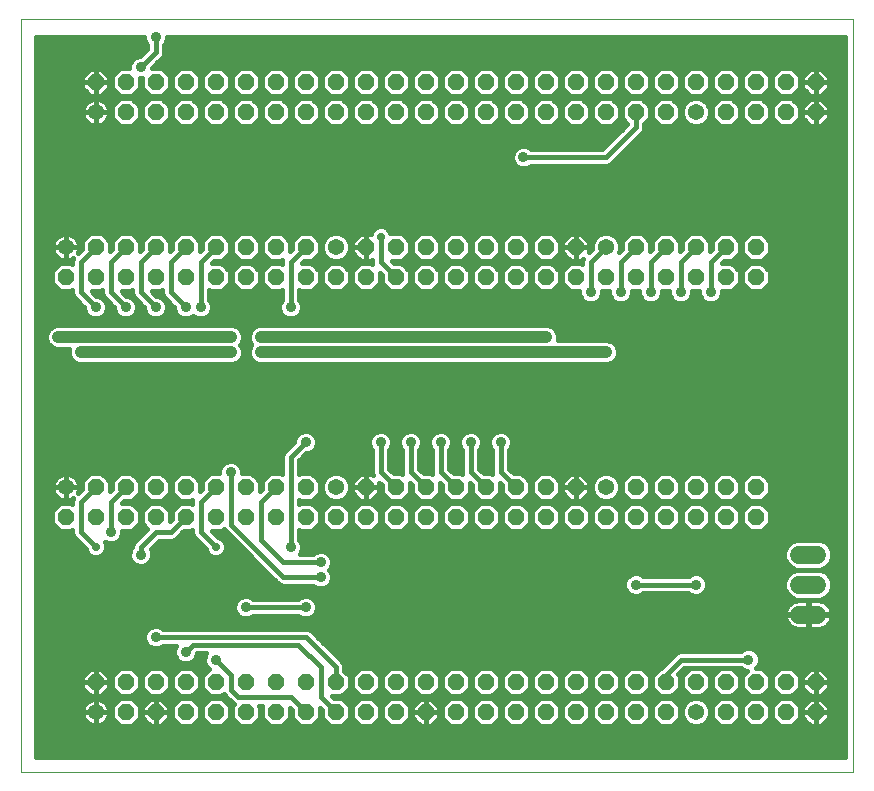
<source format=gbl>
G75*
%MOIN*%
%OFA0B0*%
%FSLAX25Y25*%
%IPPOS*%
%LPD*%
%AMOC8*
5,1,8,0,0,1.08239X$1,22.5*
%
%ADD10C,0.00000*%
%ADD11C,0.05400*%
%ADD12OC8,0.05400*%
%ADD13C,0.06000*%
%ADD14C,0.01600*%
%ADD15C,0.02775*%
%ADD16C,0.03562*%
%ADD17C,0.04000*%
D10*
X0001256Y0036433D02*
X0001256Y0287634D01*
X0278677Y0287634D01*
X0278677Y0036433D01*
X0001256Y0036433D01*
D11*
X0026256Y0056433D03*
X0016256Y0131433D03*
X0016256Y0211433D03*
X0026256Y0256433D03*
X0106256Y0211433D03*
X0106256Y0131433D03*
X0196256Y0131433D03*
X0226256Y0056433D03*
X0196256Y0211433D03*
X0226256Y0256433D03*
D12*
X0236256Y0256433D03*
X0246256Y0256433D03*
X0256256Y0256433D03*
X0266256Y0256433D03*
X0266256Y0266433D03*
X0256256Y0266433D03*
X0246256Y0266433D03*
X0236256Y0266433D03*
X0226256Y0266433D03*
X0216256Y0266433D03*
X0216256Y0256433D03*
X0206256Y0256433D03*
X0196256Y0256433D03*
X0186256Y0256433D03*
X0176256Y0256433D03*
X0166256Y0256433D03*
X0166256Y0266433D03*
X0176256Y0266433D03*
X0186256Y0266433D03*
X0196256Y0266433D03*
X0206256Y0266433D03*
X0156256Y0266433D03*
X0146256Y0266433D03*
X0136256Y0266433D03*
X0126256Y0266433D03*
X0116256Y0266433D03*
X0116256Y0256433D03*
X0126256Y0256433D03*
X0136256Y0256433D03*
X0146256Y0256433D03*
X0156256Y0256433D03*
X0156256Y0211433D03*
X0146256Y0211433D03*
X0136256Y0211433D03*
X0126256Y0211433D03*
X0116256Y0211433D03*
X0116256Y0201433D03*
X0126256Y0201433D03*
X0136256Y0201433D03*
X0146256Y0201433D03*
X0156256Y0201433D03*
X0166256Y0201433D03*
X0176256Y0201433D03*
X0186256Y0201433D03*
X0196256Y0201433D03*
X0206256Y0201433D03*
X0216256Y0201433D03*
X0226256Y0201433D03*
X0236256Y0201433D03*
X0246256Y0201433D03*
X0246256Y0211433D03*
X0236256Y0211433D03*
X0226256Y0211433D03*
X0216256Y0211433D03*
X0206256Y0211433D03*
X0186256Y0211433D03*
X0176256Y0211433D03*
X0166256Y0211433D03*
X0106256Y0201433D03*
X0096256Y0201433D03*
X0086256Y0201433D03*
X0076256Y0201433D03*
X0066256Y0201433D03*
X0066256Y0211433D03*
X0076256Y0211433D03*
X0086256Y0211433D03*
X0096256Y0211433D03*
X0056256Y0211433D03*
X0046256Y0211433D03*
X0036256Y0211433D03*
X0026256Y0211433D03*
X0026256Y0201433D03*
X0036256Y0201433D03*
X0046256Y0201433D03*
X0056256Y0201433D03*
X0016256Y0201433D03*
X0036256Y0256433D03*
X0046256Y0256433D03*
X0056256Y0256433D03*
X0066256Y0256433D03*
X0076256Y0256433D03*
X0086256Y0256433D03*
X0096256Y0256433D03*
X0106256Y0256433D03*
X0106256Y0266433D03*
X0096256Y0266433D03*
X0086256Y0266433D03*
X0076256Y0266433D03*
X0066256Y0266433D03*
X0056256Y0266433D03*
X0046256Y0266433D03*
X0036256Y0266433D03*
X0026256Y0266433D03*
X0026256Y0131433D03*
X0036256Y0131433D03*
X0046256Y0131433D03*
X0056256Y0131433D03*
X0056256Y0121433D03*
X0046256Y0121433D03*
X0036256Y0121433D03*
X0026256Y0121433D03*
X0016256Y0121433D03*
X0066256Y0121433D03*
X0076256Y0121433D03*
X0086256Y0121433D03*
X0096256Y0121433D03*
X0106256Y0121433D03*
X0096256Y0131433D03*
X0086256Y0131433D03*
X0076256Y0131433D03*
X0066256Y0131433D03*
X0116256Y0131433D03*
X0126256Y0131433D03*
X0136256Y0131433D03*
X0146256Y0131433D03*
X0156256Y0131433D03*
X0156256Y0121433D03*
X0146256Y0121433D03*
X0136256Y0121433D03*
X0126256Y0121433D03*
X0116256Y0121433D03*
X0166256Y0121433D03*
X0176256Y0121433D03*
X0186256Y0121433D03*
X0196256Y0121433D03*
X0206256Y0121433D03*
X0206256Y0131433D03*
X0216256Y0131433D03*
X0226256Y0131433D03*
X0236256Y0131433D03*
X0246256Y0131433D03*
X0246256Y0121433D03*
X0236256Y0121433D03*
X0226256Y0121433D03*
X0216256Y0121433D03*
X0186256Y0131433D03*
X0176256Y0131433D03*
X0166256Y0131433D03*
X0166256Y0066433D03*
X0176256Y0066433D03*
X0186256Y0066433D03*
X0196256Y0066433D03*
X0206256Y0066433D03*
X0206256Y0056433D03*
X0196256Y0056433D03*
X0186256Y0056433D03*
X0176256Y0056433D03*
X0166256Y0056433D03*
X0156256Y0056433D03*
X0156256Y0066433D03*
X0146256Y0066433D03*
X0146256Y0056433D03*
X0136256Y0056433D03*
X0136256Y0066433D03*
X0126256Y0066433D03*
X0126256Y0056433D03*
X0116256Y0056433D03*
X0116256Y0066433D03*
X0106256Y0066433D03*
X0106256Y0056433D03*
X0096256Y0056433D03*
X0096256Y0066433D03*
X0086256Y0066433D03*
X0086256Y0056433D03*
X0076256Y0056433D03*
X0076256Y0066433D03*
X0066256Y0066433D03*
X0066256Y0056433D03*
X0056256Y0056433D03*
X0056256Y0066433D03*
X0046256Y0066433D03*
X0046256Y0056433D03*
X0036256Y0056433D03*
X0036256Y0066433D03*
X0026256Y0066433D03*
X0216256Y0066433D03*
X0226256Y0066433D03*
X0236256Y0066433D03*
X0246256Y0066433D03*
X0256256Y0066433D03*
X0256256Y0056433D03*
X0246256Y0056433D03*
X0236256Y0056433D03*
X0216256Y0056433D03*
X0266256Y0056433D03*
X0266256Y0066433D03*
D13*
X0266756Y0088933D02*
X0260756Y0088933D01*
X0260756Y0098933D02*
X0266756Y0098933D01*
X0266756Y0108933D02*
X0260756Y0108933D01*
D14*
X0257449Y0105169D02*
X0104825Y0105169D01*
X0105037Y0105681D02*
X0105037Y0107185D01*
X0104461Y0108575D01*
X0103398Y0109639D01*
X0102008Y0110214D01*
X0100504Y0110214D01*
X0099114Y0109639D01*
X0098709Y0109233D01*
X0094403Y0109233D01*
X0094461Y0109291D01*
X0095037Y0110681D01*
X0095037Y0112185D01*
X0094461Y0113575D01*
X0094056Y0113980D01*
X0094056Y0116986D01*
X0094309Y0116733D01*
X0098203Y0116733D01*
X0100956Y0119486D01*
X0100956Y0123380D01*
X0098203Y0126133D01*
X0094309Y0126133D01*
X0094056Y0125880D01*
X0094056Y0126986D01*
X0094309Y0126733D01*
X0098203Y0126733D01*
X0100956Y0129486D01*
X0100956Y0133380D01*
X0098203Y0136133D01*
X0094309Y0136133D01*
X0094056Y0135880D01*
X0094056Y0140273D01*
X0096435Y0142652D01*
X0097008Y0142652D01*
X0098398Y0143228D01*
X0099461Y0144291D01*
X0100037Y0145681D01*
X0100037Y0147185D01*
X0099461Y0148575D01*
X0098398Y0149639D01*
X0097008Y0150214D01*
X0095504Y0150214D01*
X0094114Y0149639D01*
X0093050Y0148575D01*
X0092475Y0147185D01*
X0092475Y0146612D01*
X0089670Y0143807D01*
X0088882Y0143019D01*
X0088456Y0141990D01*
X0088456Y0135880D01*
X0088203Y0136133D01*
X0084309Y0136133D01*
X0081556Y0133380D01*
X0081556Y0130693D01*
X0080956Y0130093D01*
X0080956Y0133380D01*
X0078203Y0136133D01*
X0075037Y0136133D01*
X0075037Y0137185D01*
X0074461Y0138575D01*
X0073398Y0139639D01*
X0072008Y0140214D01*
X0070504Y0140214D01*
X0069114Y0139639D01*
X0068050Y0138575D01*
X0067475Y0137185D01*
X0067475Y0136133D01*
X0064309Y0136133D01*
X0061556Y0133380D01*
X0061556Y0130693D01*
X0060956Y0130093D01*
X0060956Y0133380D01*
X0058203Y0136133D01*
X0054309Y0136133D01*
X0051556Y0133380D01*
X0051556Y0129486D01*
X0054309Y0126733D01*
X0058203Y0126733D01*
X0058456Y0126986D01*
X0058456Y0125880D01*
X0058203Y0126133D01*
X0054309Y0126133D01*
X0051556Y0123380D01*
X0051556Y0120693D01*
X0050956Y0120093D01*
X0050956Y0123380D01*
X0048203Y0126133D01*
X0044309Y0126133D01*
X0041556Y0123380D01*
X0041556Y0119486D01*
X0043453Y0117590D01*
X0039670Y0113807D01*
X0038882Y0113019D01*
X0038456Y0111990D01*
X0038456Y0111480D01*
X0038050Y0111075D01*
X0037475Y0109685D01*
X0037475Y0108181D01*
X0038050Y0106791D01*
X0039114Y0105728D01*
X0040504Y0105152D01*
X0042008Y0105152D01*
X0043398Y0105728D01*
X0044461Y0106791D01*
X0045037Y0108181D01*
X0045037Y0109685D01*
X0044577Y0110795D01*
X0047416Y0113633D01*
X0051813Y0113633D01*
X0052842Y0114059D01*
X0053630Y0114847D01*
X0055516Y0116733D01*
X0058203Y0116733D01*
X0058456Y0116986D01*
X0058456Y0115876D01*
X0058882Y0114847D01*
X0059670Y0114059D01*
X0062869Y0110861D01*
X0062869Y0110759D01*
X0063384Y0109514D01*
X0064337Y0108561D01*
X0065582Y0108046D01*
X0066930Y0108046D01*
X0068175Y0108561D01*
X0069128Y0109514D01*
X0069643Y0110759D01*
X0069643Y0112107D01*
X0069128Y0113352D01*
X0068175Y0114305D01*
X0066930Y0114820D01*
X0066828Y0114820D01*
X0064916Y0116733D01*
X0068203Y0116733D01*
X0068863Y0117393D01*
X0068882Y0117347D01*
X0086382Y0099847D01*
X0087170Y0099059D01*
X0088199Y0098633D01*
X0098709Y0098633D01*
X0099114Y0098228D01*
X0100504Y0097652D01*
X0102008Y0097652D01*
X0103398Y0098228D01*
X0104461Y0099291D01*
X0105037Y0100681D01*
X0105037Y0102185D01*
X0104461Y0103575D01*
X0104103Y0103933D01*
X0104461Y0104291D01*
X0105037Y0105681D01*
X0105037Y0106768D02*
X0256241Y0106768D01*
X0256517Y0106101D02*
X0255756Y0107938D01*
X0255756Y0109928D01*
X0256517Y0111765D01*
X0257924Y0113172D01*
X0259761Y0113933D01*
X0267750Y0113933D01*
X0269588Y0113172D01*
X0270995Y0111765D01*
X0271756Y0109928D01*
X0271756Y0107938D01*
X0270995Y0106101D01*
X0269588Y0104694D01*
X0267750Y0103933D01*
X0259761Y0103933D01*
X0257924Y0103172D01*
X0256517Y0101765D01*
X0255756Y0099928D01*
X0255756Y0097938D01*
X0256517Y0096101D01*
X0257924Y0094694D01*
X0259761Y0093933D01*
X0267750Y0093933D01*
X0269588Y0094694D01*
X0270995Y0096101D01*
X0271756Y0097938D01*
X0271756Y0099928D01*
X0270995Y0101765D01*
X0269588Y0103172D01*
X0267750Y0103933D01*
X0259761Y0103933D01*
X0257924Y0104694D01*
X0256517Y0106101D01*
X0255756Y0108366D02*
X0104548Y0108366D01*
X0102611Y0109965D02*
X0255771Y0109965D01*
X0256433Y0111563D02*
X0095037Y0111563D01*
X0094740Y0109965D02*
X0099901Y0109965D01*
X0094633Y0113162D02*
X0257913Y0113162D01*
X0250956Y0119486D02*
X0248203Y0116733D01*
X0244309Y0116733D01*
X0241556Y0119486D01*
X0241556Y0123380D01*
X0244309Y0126133D01*
X0248203Y0126133D01*
X0250956Y0123380D01*
X0250956Y0119486D01*
X0250956Y0119556D02*
X0275877Y0119556D01*
X0275877Y0121154D02*
X0250956Y0121154D01*
X0250956Y0122753D02*
X0275877Y0122753D01*
X0275877Y0124351D02*
X0249985Y0124351D01*
X0248386Y0125950D02*
X0275877Y0125950D01*
X0275877Y0127548D02*
X0249018Y0127548D01*
X0248203Y0126733D02*
X0244309Y0126733D01*
X0241556Y0129486D01*
X0241556Y0133380D01*
X0244309Y0136133D01*
X0248203Y0136133D01*
X0250956Y0133380D01*
X0250956Y0129486D01*
X0248203Y0126733D01*
X0250616Y0129147D02*
X0275877Y0129147D01*
X0275877Y0130745D02*
X0250956Y0130745D01*
X0250956Y0132344D02*
X0275877Y0132344D01*
X0275877Y0133942D02*
X0250393Y0133942D01*
X0248795Y0135541D02*
X0275877Y0135541D01*
X0275877Y0137139D02*
X0164509Y0137139D01*
X0164056Y0137593D02*
X0164056Y0143886D01*
X0164461Y0144291D01*
X0165037Y0145681D01*
X0165037Y0147185D01*
X0164461Y0148575D01*
X0163398Y0149639D01*
X0162008Y0150214D01*
X0160504Y0150214D01*
X0159114Y0149639D01*
X0158050Y0148575D01*
X0157475Y0147185D01*
X0157475Y0145681D01*
X0158050Y0144291D01*
X0158456Y0143886D01*
X0158456Y0135880D01*
X0158203Y0136133D01*
X0155516Y0136133D01*
X0154056Y0137593D01*
X0154056Y0143886D01*
X0154461Y0144291D01*
X0155037Y0145681D01*
X0155037Y0147185D01*
X0154461Y0148575D01*
X0153398Y0149639D01*
X0152008Y0150214D01*
X0150504Y0150214D01*
X0149114Y0149639D01*
X0148050Y0148575D01*
X0147475Y0147185D01*
X0147475Y0145681D01*
X0148050Y0144291D01*
X0148456Y0143886D01*
X0148456Y0135880D01*
X0148203Y0136133D01*
X0145516Y0136133D01*
X0144056Y0137593D01*
X0144056Y0143886D01*
X0144461Y0144291D01*
X0145037Y0145681D01*
X0145037Y0147185D01*
X0144461Y0148575D01*
X0143398Y0149639D01*
X0142008Y0150214D01*
X0140504Y0150214D01*
X0139114Y0149639D01*
X0138050Y0148575D01*
X0137475Y0147185D01*
X0137475Y0145681D01*
X0138050Y0144291D01*
X0138456Y0143886D01*
X0138456Y0135880D01*
X0138203Y0136133D01*
X0135516Y0136133D01*
X0134056Y0137593D01*
X0134056Y0143886D01*
X0134461Y0144291D01*
X0135037Y0145681D01*
X0135037Y0147185D01*
X0134461Y0148575D01*
X0133398Y0149639D01*
X0132008Y0150214D01*
X0130504Y0150214D01*
X0129114Y0149639D01*
X0128050Y0148575D01*
X0127475Y0147185D01*
X0127475Y0145681D01*
X0128050Y0144291D01*
X0128456Y0143886D01*
X0128456Y0135880D01*
X0128203Y0136133D01*
X0125516Y0136133D01*
X0124056Y0137593D01*
X0124056Y0143886D01*
X0124461Y0144291D01*
X0125037Y0145681D01*
X0125037Y0147185D01*
X0124461Y0148575D01*
X0123398Y0149639D01*
X0122008Y0150214D01*
X0120504Y0150214D01*
X0119114Y0149639D01*
X0118050Y0148575D01*
X0117475Y0147185D01*
X0117475Y0145681D01*
X0118050Y0144291D01*
X0118456Y0143886D01*
X0118456Y0135876D01*
X0118653Y0135400D01*
X0118120Y0135933D01*
X0116356Y0135933D01*
X0116356Y0131533D01*
X0120756Y0131533D01*
X0120756Y0132973D01*
X0121556Y0132173D01*
X0121556Y0129486D01*
X0124309Y0126733D01*
X0128203Y0126733D01*
X0130956Y0129486D01*
X0130956Y0132773D01*
X0131556Y0132173D01*
X0131556Y0129486D01*
X0134309Y0126733D01*
X0138203Y0126733D01*
X0140956Y0129486D01*
X0140956Y0132773D01*
X0141556Y0132173D01*
X0141556Y0129486D01*
X0144309Y0126733D01*
X0148203Y0126733D01*
X0150956Y0129486D01*
X0150956Y0132773D01*
X0151556Y0132173D01*
X0151556Y0129486D01*
X0154309Y0126733D01*
X0158203Y0126733D01*
X0160956Y0129486D01*
X0160956Y0132773D01*
X0161556Y0132173D01*
X0161556Y0129486D01*
X0164309Y0126733D01*
X0168203Y0126733D01*
X0170956Y0129486D01*
X0170956Y0133380D01*
X0168203Y0136133D01*
X0165516Y0136133D01*
X0164056Y0137593D01*
X0164056Y0138738D02*
X0275877Y0138738D01*
X0275877Y0140336D02*
X0164056Y0140336D01*
X0164056Y0141935D02*
X0275877Y0141935D01*
X0275877Y0143533D02*
X0164056Y0143533D01*
X0164810Y0145132D02*
X0275877Y0145132D01*
X0275877Y0146730D02*
X0165037Y0146730D01*
X0164563Y0148329D02*
X0275877Y0148329D01*
X0275877Y0149927D02*
X0162700Y0149927D01*
X0159811Y0149927D02*
X0152700Y0149927D01*
X0154563Y0148329D02*
X0157949Y0148329D01*
X0157475Y0146730D02*
X0155037Y0146730D01*
X0154810Y0145132D02*
X0157702Y0145132D01*
X0158456Y0143533D02*
X0154056Y0143533D01*
X0154056Y0141935D02*
X0158456Y0141935D01*
X0158456Y0140336D02*
X0154056Y0140336D01*
X0154056Y0138738D02*
X0158456Y0138738D01*
X0158456Y0137139D02*
X0154509Y0137139D01*
X0151256Y0136433D02*
X0156256Y0131433D01*
X0151556Y0130745D02*
X0150956Y0130745D01*
X0150956Y0132344D02*
X0151385Y0132344D01*
X0151895Y0129147D02*
X0150616Y0129147D01*
X0149018Y0127548D02*
X0153494Y0127548D01*
X0154309Y0126133D02*
X0151556Y0123380D01*
X0151556Y0119486D01*
X0154309Y0116733D01*
X0158203Y0116733D01*
X0160956Y0119486D01*
X0160956Y0123380D01*
X0158203Y0126133D01*
X0154309Y0126133D01*
X0154126Y0125950D02*
X0148386Y0125950D01*
X0148203Y0126133D02*
X0144309Y0126133D01*
X0141556Y0123380D01*
X0141556Y0119486D01*
X0144309Y0116733D01*
X0148203Y0116733D01*
X0150956Y0119486D01*
X0150956Y0123380D01*
X0148203Y0126133D01*
X0149985Y0124351D02*
X0152527Y0124351D01*
X0151556Y0122753D02*
X0150956Y0122753D01*
X0150956Y0121154D02*
X0151556Y0121154D01*
X0151556Y0119556D02*
X0150956Y0119556D01*
X0149427Y0117957D02*
X0153085Y0117957D01*
X0159427Y0117957D02*
X0163085Y0117957D01*
X0164309Y0116733D02*
X0168203Y0116733D01*
X0170956Y0119486D01*
X0170956Y0123380D01*
X0168203Y0126133D01*
X0164309Y0126133D01*
X0161556Y0123380D01*
X0161556Y0119486D01*
X0164309Y0116733D01*
X0161556Y0119556D02*
X0160956Y0119556D01*
X0160956Y0121154D02*
X0161556Y0121154D01*
X0161556Y0122753D02*
X0160956Y0122753D01*
X0159985Y0124351D02*
X0162527Y0124351D01*
X0164126Y0125950D02*
X0158386Y0125950D01*
X0159018Y0127548D02*
X0163494Y0127548D01*
X0161895Y0129147D02*
X0160616Y0129147D01*
X0160956Y0130745D02*
X0161556Y0130745D01*
X0161385Y0132344D02*
X0160956Y0132344D01*
X0161256Y0136433D02*
X0166256Y0131433D01*
X0170956Y0130745D02*
X0171556Y0130745D01*
X0171556Y0129486D02*
X0174309Y0126733D01*
X0178203Y0126733D01*
X0180956Y0129486D01*
X0180956Y0133380D01*
X0178203Y0136133D01*
X0174309Y0136133D01*
X0171556Y0133380D01*
X0171556Y0129486D01*
X0171895Y0129147D02*
X0170616Y0129147D01*
X0169018Y0127548D02*
X0173494Y0127548D01*
X0174309Y0126133D02*
X0171556Y0123380D01*
X0171556Y0119486D01*
X0174309Y0116733D01*
X0178203Y0116733D01*
X0180956Y0119486D01*
X0180956Y0123380D01*
X0178203Y0126133D01*
X0174309Y0126133D01*
X0174126Y0125950D02*
X0168386Y0125950D01*
X0169985Y0124351D02*
X0172527Y0124351D01*
X0171556Y0122753D02*
X0170956Y0122753D01*
X0170956Y0121154D02*
X0171556Y0121154D01*
X0171556Y0119556D02*
X0170956Y0119556D01*
X0169427Y0117957D02*
X0173085Y0117957D01*
X0179427Y0117957D02*
X0183085Y0117957D01*
X0184309Y0116733D02*
X0188203Y0116733D01*
X0190956Y0119486D01*
X0190956Y0123380D01*
X0188203Y0126133D01*
X0184309Y0126133D01*
X0181556Y0123380D01*
X0181556Y0119486D01*
X0184309Y0116733D01*
X0181556Y0119556D02*
X0180956Y0119556D01*
X0180956Y0121154D02*
X0181556Y0121154D01*
X0181556Y0122753D02*
X0180956Y0122753D01*
X0179985Y0124351D02*
X0182527Y0124351D01*
X0184126Y0125950D02*
X0178386Y0125950D01*
X0179018Y0127548D02*
X0183777Y0127548D01*
X0184392Y0126933D02*
X0181756Y0129569D01*
X0181756Y0131333D01*
X0186156Y0131333D01*
X0186356Y0131333D01*
X0186356Y0131533D01*
X0190756Y0131533D01*
X0190756Y0133297D01*
X0188120Y0135933D01*
X0186356Y0135933D01*
X0186356Y0131533D01*
X0186156Y0131533D01*
X0186156Y0135933D01*
X0184392Y0135933D01*
X0181756Y0133297D01*
X0181756Y0131533D01*
X0186156Y0131533D01*
X0186156Y0131333D01*
X0186156Y0126933D01*
X0184392Y0126933D01*
X0186156Y0127548D02*
X0186356Y0127548D01*
X0186356Y0126933D02*
X0188120Y0126933D01*
X0190756Y0129569D01*
X0190756Y0131333D01*
X0186356Y0131333D01*
X0186356Y0126933D01*
X0186356Y0129147D02*
X0186156Y0129147D01*
X0186156Y0130745D02*
X0186356Y0130745D01*
X0186356Y0132344D02*
X0186156Y0132344D01*
X0186156Y0133942D02*
X0186356Y0133942D01*
X0186356Y0135541D02*
X0186156Y0135541D01*
X0184000Y0135541D02*
X0178795Y0135541D01*
X0180393Y0133942D02*
X0182401Y0133942D01*
X0181756Y0132344D02*
X0180956Y0132344D01*
X0180956Y0130745D02*
X0181756Y0130745D01*
X0182178Y0129147D02*
X0180616Y0129147D01*
X0173717Y0135541D02*
X0168795Y0135541D01*
X0170393Y0133942D02*
X0172118Y0133942D01*
X0171556Y0132344D02*
X0170956Y0132344D01*
X0161256Y0136433D02*
X0161256Y0146433D01*
X0151256Y0146433D02*
X0151256Y0136433D01*
X0148456Y0137139D02*
X0144509Y0137139D01*
X0144056Y0138738D02*
X0148456Y0138738D01*
X0148456Y0140336D02*
X0144056Y0140336D01*
X0144056Y0141935D02*
X0148456Y0141935D01*
X0148456Y0143533D02*
X0144056Y0143533D01*
X0144810Y0145132D02*
X0147702Y0145132D01*
X0147475Y0146730D02*
X0145037Y0146730D01*
X0144563Y0148329D02*
X0147949Y0148329D01*
X0149811Y0149927D02*
X0142700Y0149927D01*
X0139811Y0149927D02*
X0132700Y0149927D01*
X0134563Y0148329D02*
X0137949Y0148329D01*
X0137475Y0146730D02*
X0135037Y0146730D01*
X0134810Y0145132D02*
X0137702Y0145132D01*
X0138456Y0143533D02*
X0134056Y0143533D01*
X0134056Y0141935D02*
X0138456Y0141935D01*
X0138456Y0140336D02*
X0134056Y0140336D01*
X0134056Y0138738D02*
X0138456Y0138738D01*
X0138456Y0137139D02*
X0134509Y0137139D01*
X0131256Y0136433D02*
X0136256Y0131433D01*
X0131556Y0130745D02*
X0130956Y0130745D01*
X0130956Y0132344D02*
X0131385Y0132344D01*
X0131895Y0129147D02*
X0130616Y0129147D01*
X0129018Y0127548D02*
X0133494Y0127548D01*
X0134309Y0126133D02*
X0131556Y0123380D01*
X0131556Y0119486D01*
X0134309Y0116733D01*
X0138203Y0116733D01*
X0140956Y0119486D01*
X0140956Y0123380D01*
X0138203Y0126133D01*
X0134309Y0126133D01*
X0134126Y0125950D02*
X0128386Y0125950D01*
X0128203Y0126133D02*
X0124309Y0126133D01*
X0121556Y0123380D01*
X0121556Y0119486D01*
X0124309Y0116733D01*
X0128203Y0116733D01*
X0130956Y0119486D01*
X0130956Y0123380D01*
X0128203Y0126133D01*
X0129985Y0124351D02*
X0132527Y0124351D01*
X0131556Y0122753D02*
X0130956Y0122753D01*
X0130956Y0121154D02*
X0131556Y0121154D01*
X0131556Y0119556D02*
X0130956Y0119556D01*
X0129427Y0117957D02*
X0133085Y0117957D01*
X0139427Y0117957D02*
X0143085Y0117957D01*
X0141556Y0119556D02*
X0140956Y0119556D01*
X0140956Y0121154D02*
X0141556Y0121154D01*
X0141556Y0122753D02*
X0140956Y0122753D01*
X0139985Y0124351D02*
X0142527Y0124351D01*
X0144126Y0125950D02*
X0138386Y0125950D01*
X0139018Y0127548D02*
X0143494Y0127548D01*
X0141895Y0129147D02*
X0140616Y0129147D01*
X0140956Y0130745D02*
X0141556Y0130745D01*
X0141385Y0132344D02*
X0140956Y0132344D01*
X0141256Y0136433D02*
X0146256Y0131433D01*
X0141256Y0136433D02*
X0141256Y0146433D01*
X0131256Y0146433D02*
X0131256Y0136433D01*
X0128456Y0137139D02*
X0124509Y0137139D01*
X0124056Y0138738D02*
X0128456Y0138738D01*
X0128456Y0140336D02*
X0124056Y0140336D01*
X0124056Y0141935D02*
X0128456Y0141935D01*
X0128456Y0143533D02*
X0124056Y0143533D01*
X0124810Y0145132D02*
X0127702Y0145132D01*
X0127475Y0146730D02*
X0125037Y0146730D01*
X0124563Y0148329D02*
X0127949Y0148329D01*
X0129811Y0149927D02*
X0122700Y0149927D01*
X0119811Y0149927D02*
X0097700Y0149927D01*
X0099563Y0148329D02*
X0117949Y0148329D01*
X0117475Y0146730D02*
X0100037Y0146730D01*
X0099810Y0145132D02*
X0117702Y0145132D01*
X0118456Y0143533D02*
X0098703Y0143533D01*
X0095717Y0141935D02*
X0118456Y0141935D01*
X0118456Y0140336D02*
X0094119Y0140336D01*
X0094056Y0138738D02*
X0118456Y0138738D01*
X0118456Y0137139D02*
X0094056Y0137139D01*
X0098795Y0135541D02*
X0103891Y0135541D01*
X0103594Y0135418D02*
X0102271Y0134095D01*
X0101556Y0132368D01*
X0101556Y0130498D01*
X0102271Y0128771D01*
X0103594Y0127449D01*
X0105321Y0126733D01*
X0107191Y0126733D01*
X0108918Y0127449D01*
X0110240Y0128771D01*
X0110956Y0130498D01*
X0110956Y0132368D01*
X0110240Y0134095D01*
X0108918Y0135418D01*
X0107191Y0136133D01*
X0105321Y0136133D01*
X0103594Y0135418D01*
X0102208Y0133942D02*
X0100393Y0133942D01*
X0100956Y0132344D02*
X0101556Y0132344D01*
X0101556Y0130745D02*
X0100956Y0130745D01*
X0100616Y0129147D02*
X0102116Y0129147D01*
X0103494Y0127548D02*
X0099018Y0127548D01*
X0098386Y0125950D02*
X0104126Y0125950D01*
X0104309Y0126133D02*
X0101556Y0123380D01*
X0101556Y0119486D01*
X0104309Y0116733D01*
X0108203Y0116733D01*
X0110956Y0119486D01*
X0110956Y0123380D01*
X0108203Y0126133D01*
X0104309Y0126133D01*
X0102527Y0124351D02*
X0099985Y0124351D01*
X0100956Y0122753D02*
X0101556Y0122753D01*
X0101556Y0121154D02*
X0100956Y0121154D01*
X0100956Y0119556D02*
X0101556Y0119556D01*
X0103085Y0117957D02*
X0099427Y0117957D01*
X0094056Y0116359D02*
X0275877Y0116359D01*
X0275877Y0117957D02*
X0249427Y0117957D01*
X0243085Y0117957D02*
X0239427Y0117957D01*
X0238203Y0116733D02*
X0240956Y0119486D01*
X0240956Y0123380D01*
X0238203Y0126133D01*
X0234309Y0126133D01*
X0231556Y0123380D01*
X0231556Y0119486D01*
X0234309Y0116733D01*
X0238203Y0116733D01*
X0240956Y0119556D02*
X0241556Y0119556D01*
X0241556Y0121154D02*
X0240956Y0121154D01*
X0240956Y0122753D02*
X0241556Y0122753D01*
X0242527Y0124351D02*
X0239985Y0124351D01*
X0238386Y0125950D02*
X0244126Y0125950D01*
X0243494Y0127548D02*
X0239018Y0127548D01*
X0238203Y0126733D02*
X0240956Y0129486D01*
X0240956Y0133380D01*
X0238203Y0136133D01*
X0234309Y0136133D01*
X0231556Y0133380D01*
X0231556Y0129486D01*
X0234309Y0126733D01*
X0238203Y0126733D01*
X0240616Y0129147D02*
X0241895Y0129147D01*
X0241556Y0130745D02*
X0240956Y0130745D01*
X0240956Y0132344D02*
X0241556Y0132344D01*
X0242118Y0133942D02*
X0240393Y0133942D01*
X0238795Y0135541D02*
X0243717Y0135541D01*
X0233717Y0135541D02*
X0228795Y0135541D01*
X0228203Y0136133D02*
X0230956Y0133380D01*
X0230956Y0129486D01*
X0228203Y0126733D01*
X0224309Y0126733D01*
X0221556Y0129486D01*
X0221556Y0133380D01*
X0224309Y0136133D01*
X0228203Y0136133D01*
X0230393Y0133942D02*
X0232118Y0133942D01*
X0231556Y0132344D02*
X0230956Y0132344D01*
X0230956Y0130745D02*
X0231556Y0130745D01*
X0231895Y0129147D02*
X0230616Y0129147D01*
X0229018Y0127548D02*
X0233494Y0127548D01*
X0234126Y0125950D02*
X0228386Y0125950D01*
X0228203Y0126133D02*
X0230956Y0123380D01*
X0230956Y0119486D01*
X0228203Y0116733D01*
X0224309Y0116733D01*
X0221556Y0119486D01*
X0221556Y0123380D01*
X0224309Y0126133D01*
X0228203Y0126133D01*
X0229985Y0124351D02*
X0232527Y0124351D01*
X0231556Y0122753D02*
X0230956Y0122753D01*
X0230956Y0121154D02*
X0231556Y0121154D01*
X0231556Y0119556D02*
X0230956Y0119556D01*
X0229427Y0117957D02*
X0233085Y0117957D01*
X0223085Y0117957D02*
X0219427Y0117957D01*
X0218203Y0116733D02*
X0220956Y0119486D01*
X0220956Y0123380D01*
X0218203Y0126133D01*
X0214309Y0126133D01*
X0211556Y0123380D01*
X0211556Y0119486D01*
X0214309Y0116733D01*
X0218203Y0116733D01*
X0220956Y0119556D02*
X0221556Y0119556D01*
X0221556Y0121154D02*
X0220956Y0121154D01*
X0220956Y0122753D02*
X0221556Y0122753D01*
X0222527Y0124351D02*
X0219985Y0124351D01*
X0218386Y0125950D02*
X0224126Y0125950D01*
X0223494Y0127548D02*
X0219018Y0127548D01*
X0218203Y0126733D02*
X0220956Y0129486D01*
X0220956Y0133380D01*
X0218203Y0136133D01*
X0214309Y0136133D01*
X0211556Y0133380D01*
X0211556Y0129486D01*
X0214309Y0126733D01*
X0218203Y0126733D01*
X0220616Y0129147D02*
X0221895Y0129147D01*
X0221556Y0130745D02*
X0220956Y0130745D01*
X0220956Y0132344D02*
X0221556Y0132344D01*
X0222118Y0133942D02*
X0220393Y0133942D01*
X0218795Y0135541D02*
X0223717Y0135541D01*
X0213717Y0135541D02*
X0208795Y0135541D01*
X0208203Y0136133D02*
X0204309Y0136133D01*
X0201556Y0133380D01*
X0201556Y0129486D01*
X0204309Y0126733D01*
X0208203Y0126733D01*
X0210956Y0129486D01*
X0210956Y0133380D01*
X0208203Y0136133D01*
X0210393Y0133942D02*
X0212118Y0133942D01*
X0211556Y0132344D02*
X0210956Y0132344D01*
X0210956Y0130745D02*
X0211556Y0130745D01*
X0211895Y0129147D02*
X0210616Y0129147D01*
X0209018Y0127548D02*
X0213494Y0127548D01*
X0214126Y0125950D02*
X0208386Y0125950D01*
X0208203Y0126133D02*
X0204309Y0126133D01*
X0201556Y0123380D01*
X0201556Y0119486D01*
X0204309Y0116733D01*
X0208203Y0116733D01*
X0210956Y0119486D01*
X0210956Y0123380D01*
X0208203Y0126133D01*
X0209985Y0124351D02*
X0212527Y0124351D01*
X0211556Y0122753D02*
X0210956Y0122753D01*
X0210956Y0121154D02*
X0211556Y0121154D01*
X0211556Y0119556D02*
X0210956Y0119556D01*
X0209427Y0117957D02*
X0213085Y0117957D01*
X0204126Y0125950D02*
X0198386Y0125950D01*
X0198203Y0126133D02*
X0194309Y0126133D01*
X0191556Y0123380D01*
X0191556Y0119486D01*
X0194309Y0116733D01*
X0198203Y0116733D01*
X0200956Y0119486D01*
X0200956Y0123380D01*
X0198203Y0126133D01*
X0197191Y0126733D02*
X0198918Y0127449D01*
X0200240Y0128771D01*
X0200956Y0130498D01*
X0200956Y0132368D01*
X0200240Y0134095D01*
X0198918Y0135418D01*
X0197191Y0136133D01*
X0195321Y0136133D01*
X0193594Y0135418D01*
X0192271Y0134095D01*
X0191556Y0132368D01*
X0191556Y0130498D01*
X0192271Y0128771D01*
X0193594Y0127449D01*
X0195321Y0126733D01*
X0197191Y0126733D01*
X0199018Y0127548D02*
X0203494Y0127548D01*
X0201895Y0129147D02*
X0200396Y0129147D01*
X0200956Y0130745D02*
X0201556Y0130745D01*
X0201556Y0132344D02*
X0200956Y0132344D01*
X0200304Y0133942D02*
X0202118Y0133942D01*
X0203717Y0135541D02*
X0198621Y0135541D01*
X0193891Y0135541D02*
X0188512Y0135541D01*
X0190111Y0133942D02*
X0192208Y0133942D01*
X0191556Y0132344D02*
X0190756Y0132344D01*
X0190756Y0130745D02*
X0191556Y0130745D01*
X0192116Y0129147D02*
X0190334Y0129147D01*
X0188735Y0127548D02*
X0193494Y0127548D01*
X0194126Y0125950D02*
X0188386Y0125950D01*
X0189985Y0124351D02*
X0192527Y0124351D01*
X0191556Y0122753D02*
X0190956Y0122753D01*
X0190956Y0121154D02*
X0191556Y0121154D01*
X0191556Y0119556D02*
X0190956Y0119556D01*
X0189427Y0117957D02*
X0193085Y0117957D01*
X0199427Y0117957D02*
X0203085Y0117957D01*
X0201556Y0119556D02*
X0200956Y0119556D01*
X0200956Y0121154D02*
X0201556Y0121154D01*
X0201556Y0122753D02*
X0200956Y0122753D01*
X0199985Y0124351D02*
X0202527Y0124351D01*
X0205504Y0102714D02*
X0204114Y0102139D01*
X0203050Y0101075D01*
X0202475Y0099685D01*
X0202475Y0098181D01*
X0203050Y0096791D01*
X0204114Y0095728D01*
X0205504Y0095152D01*
X0207008Y0095152D01*
X0208398Y0095728D01*
X0208803Y0096133D01*
X0223709Y0096133D01*
X0224114Y0095728D01*
X0225504Y0095152D01*
X0227008Y0095152D01*
X0228398Y0095728D01*
X0229461Y0096791D01*
X0230037Y0098181D01*
X0230037Y0099685D01*
X0229461Y0101075D01*
X0228398Y0102139D01*
X0227008Y0102714D01*
X0225504Y0102714D01*
X0224114Y0102139D01*
X0223709Y0101733D01*
X0208803Y0101733D01*
X0208398Y0102139D01*
X0207008Y0102714D01*
X0205504Y0102714D01*
X0203948Y0101972D02*
X0105037Y0101972D01*
X0104910Y0100374D02*
X0202760Y0100374D01*
X0202475Y0098775D02*
X0103945Y0098775D01*
X0101256Y0101433D02*
X0088756Y0101433D01*
X0071256Y0118933D01*
X0071256Y0136433D01*
X0074298Y0138738D02*
X0088456Y0138738D01*
X0088456Y0140336D02*
X0006256Y0140336D01*
X0006256Y0138738D02*
X0068213Y0138738D01*
X0067475Y0137139D02*
X0006256Y0137139D01*
X0006256Y0135541D02*
X0014406Y0135541D01*
X0014528Y0135603D02*
X0013897Y0135282D01*
X0013324Y0134865D01*
X0012823Y0134365D01*
X0012407Y0133792D01*
X0012086Y0133160D01*
X0011867Y0132487D01*
X0011756Y0131787D01*
X0011756Y0131533D01*
X0016156Y0131533D01*
X0016156Y0135933D01*
X0015902Y0135933D01*
X0015202Y0135822D01*
X0014528Y0135603D01*
X0016156Y0135541D02*
X0016356Y0135541D01*
X0016356Y0135933D02*
X0016356Y0131533D01*
X0020756Y0131533D01*
X0020756Y0131787D01*
X0020645Y0132487D01*
X0020426Y0133160D01*
X0020105Y0133792D01*
X0019688Y0134365D01*
X0019187Y0134865D01*
X0018614Y0135282D01*
X0017983Y0135603D01*
X0017310Y0135822D01*
X0016610Y0135933D01*
X0016356Y0135933D01*
X0018106Y0135541D02*
X0023717Y0135541D01*
X0024309Y0136133D02*
X0021556Y0133380D01*
X0021556Y0130693D01*
X0020278Y0129415D01*
X0020426Y0129706D01*
X0020645Y0130379D01*
X0020756Y0131079D01*
X0020756Y0131333D01*
X0016356Y0131333D01*
X0016356Y0131533D01*
X0016156Y0131533D01*
X0016156Y0131333D01*
X0016356Y0131333D01*
X0016356Y0126933D01*
X0016610Y0126933D01*
X0017310Y0127044D01*
X0017983Y0127263D01*
X0018614Y0127584D01*
X0018740Y0127675D01*
X0018456Y0126990D01*
X0018456Y0125880D01*
X0018203Y0126133D01*
X0014309Y0126133D01*
X0011556Y0123380D01*
X0011556Y0119486D01*
X0014309Y0116733D01*
X0018203Y0116733D01*
X0018456Y0116986D01*
X0018456Y0115876D01*
X0018882Y0114847D01*
X0019670Y0114059D01*
X0022869Y0110861D01*
X0022869Y0110759D01*
X0023384Y0109514D01*
X0024337Y0108561D01*
X0025582Y0108046D01*
X0026930Y0108046D01*
X0028175Y0108561D01*
X0029128Y0109514D01*
X0029643Y0110759D01*
X0029643Y0112107D01*
X0029193Y0113195D01*
X0030504Y0112652D01*
X0032008Y0112652D01*
X0033398Y0113228D01*
X0034461Y0114291D01*
X0035037Y0115681D01*
X0035037Y0116733D01*
X0038203Y0116733D01*
X0040956Y0119486D01*
X0040956Y0123380D01*
X0038203Y0126133D01*
X0034916Y0126133D01*
X0035516Y0126733D01*
X0038203Y0126733D01*
X0040956Y0129486D01*
X0040956Y0133380D01*
X0038203Y0136133D01*
X0034309Y0136133D01*
X0031556Y0133380D01*
X0031556Y0130693D01*
X0030956Y0130093D01*
X0030956Y0133380D01*
X0028203Y0136133D01*
X0024309Y0136133D01*
X0022118Y0133942D02*
X0019995Y0133942D01*
X0020668Y0132344D02*
X0021556Y0132344D01*
X0021556Y0130745D02*
X0020703Y0130745D01*
X0018687Y0127548D02*
X0018544Y0127548D01*
X0018456Y0125950D02*
X0018386Y0125950D01*
X0016156Y0126933D02*
X0016156Y0131333D01*
X0011756Y0131333D01*
X0011756Y0131079D01*
X0011867Y0130379D01*
X0012086Y0129706D01*
X0012407Y0129075D01*
X0012823Y0128502D01*
X0013324Y0128001D01*
X0013897Y0127584D01*
X0014528Y0127263D01*
X0015202Y0127044D01*
X0015902Y0126933D01*
X0016156Y0126933D01*
X0016156Y0127548D02*
X0016356Y0127548D01*
X0016356Y0129147D02*
X0016156Y0129147D01*
X0016156Y0130745D02*
X0016356Y0130745D01*
X0016356Y0132344D02*
X0016156Y0132344D01*
X0016156Y0133942D02*
X0016356Y0133942D01*
X0012517Y0133942D02*
X0006256Y0133942D01*
X0006256Y0132344D02*
X0011844Y0132344D01*
X0011809Y0130745D02*
X0006256Y0130745D01*
X0006256Y0129147D02*
X0012370Y0129147D01*
X0013968Y0127548D02*
X0006256Y0127548D01*
X0006256Y0125950D02*
X0014126Y0125950D01*
X0012527Y0124351D02*
X0006256Y0124351D01*
X0006256Y0122753D02*
X0011556Y0122753D01*
X0011556Y0121154D02*
X0006256Y0121154D01*
X0006256Y0119556D02*
X0011556Y0119556D01*
X0013085Y0117957D02*
X0006256Y0117957D01*
X0006256Y0116359D02*
X0018456Y0116359D01*
X0018969Y0114760D02*
X0006256Y0114760D01*
X0006256Y0113162D02*
X0020568Y0113162D01*
X0022166Y0111563D02*
X0006256Y0111563D01*
X0006256Y0109965D02*
X0023198Y0109965D01*
X0024809Y0108366D02*
X0006256Y0108366D01*
X0006256Y0106768D02*
X0038074Y0106768D01*
X0037475Y0108366D02*
X0027703Y0108366D01*
X0029314Y0109965D02*
X0037591Y0109965D01*
X0038456Y0111563D02*
X0029643Y0111563D01*
X0029273Y0113162D02*
X0029206Y0113162D01*
X0026256Y0111433D02*
X0021256Y0116433D01*
X0021256Y0126433D01*
X0026256Y0131433D01*
X0030956Y0130745D02*
X0031556Y0130745D01*
X0031556Y0132344D02*
X0030956Y0132344D01*
X0030393Y0133942D02*
X0032118Y0133942D01*
X0033717Y0135541D02*
X0028795Y0135541D01*
X0036256Y0131433D02*
X0031256Y0126433D01*
X0031256Y0116433D01*
X0033238Y0113162D02*
X0039025Y0113162D01*
X0040623Y0114760D02*
X0034656Y0114760D01*
X0035037Y0116359D02*
X0042222Y0116359D01*
X0043085Y0117957D02*
X0039427Y0117957D01*
X0040956Y0119556D02*
X0041556Y0119556D01*
X0041556Y0121154D02*
X0040956Y0121154D01*
X0040956Y0122753D02*
X0041556Y0122753D01*
X0042527Y0124351D02*
X0039985Y0124351D01*
X0038386Y0125950D02*
X0044126Y0125950D01*
X0044309Y0126733D02*
X0048203Y0126733D01*
X0050956Y0129486D01*
X0050956Y0133380D01*
X0048203Y0136133D01*
X0044309Y0136133D01*
X0041556Y0133380D01*
X0041556Y0129486D01*
X0044309Y0126733D01*
X0043494Y0127548D02*
X0039018Y0127548D01*
X0040616Y0129147D02*
X0041895Y0129147D01*
X0041556Y0130745D02*
X0040956Y0130745D01*
X0040956Y0132344D02*
X0041556Y0132344D01*
X0042118Y0133942D02*
X0040393Y0133942D01*
X0038795Y0135541D02*
X0043717Y0135541D01*
X0048795Y0135541D02*
X0053717Y0135541D01*
X0052118Y0133942D02*
X0050393Y0133942D01*
X0050956Y0132344D02*
X0051556Y0132344D01*
X0051556Y0130745D02*
X0050956Y0130745D01*
X0050616Y0129147D02*
X0051895Y0129147D01*
X0053494Y0127548D02*
X0049018Y0127548D01*
X0048386Y0125950D02*
X0054126Y0125950D01*
X0052527Y0124351D02*
X0049985Y0124351D01*
X0050956Y0122753D02*
X0051556Y0122753D01*
X0051556Y0121154D02*
X0050956Y0121154D01*
X0051256Y0116433D02*
X0046256Y0116433D01*
X0041256Y0111433D01*
X0041256Y0108933D01*
X0044921Y0109965D02*
X0063198Y0109965D01*
X0062166Y0111563D02*
X0045346Y0111563D01*
X0046944Y0113162D02*
X0060568Y0113162D01*
X0058969Y0114760D02*
X0053543Y0114760D01*
X0055141Y0116359D02*
X0058456Y0116359D01*
X0061256Y0116433D02*
X0061256Y0126433D01*
X0066256Y0131433D01*
X0063717Y0135541D02*
X0058795Y0135541D01*
X0060393Y0133942D02*
X0062118Y0133942D01*
X0061556Y0132344D02*
X0060956Y0132344D01*
X0060956Y0130745D02*
X0061556Y0130745D01*
X0058456Y0125950D02*
X0058386Y0125950D01*
X0056256Y0121433D02*
X0051256Y0116433D01*
X0061256Y0116433D02*
X0066256Y0111433D01*
X0069643Y0111563D02*
X0074666Y0111563D01*
X0076265Y0109965D02*
X0069314Y0109965D01*
X0067703Y0108366D02*
X0077863Y0108366D01*
X0079462Y0106768D02*
X0044438Y0106768D01*
X0045037Y0108366D02*
X0064809Y0108366D01*
X0069206Y0113162D02*
X0073068Y0113162D01*
X0071469Y0114760D02*
X0067075Y0114760D01*
X0065290Y0116359D02*
X0069871Y0116359D01*
X0081256Y0113933D02*
X0081256Y0126433D01*
X0086256Y0131433D01*
X0081556Y0130745D02*
X0080956Y0130745D01*
X0080956Y0132344D02*
X0081556Y0132344D01*
X0082118Y0133942D02*
X0080393Y0133942D01*
X0078795Y0135541D02*
X0083717Y0135541D01*
X0088456Y0137139D02*
X0075037Y0137139D01*
X0088456Y0141935D02*
X0006256Y0141935D01*
X0006256Y0143533D02*
X0089396Y0143533D01*
X0090995Y0145132D02*
X0006256Y0145132D01*
X0006256Y0146730D02*
X0092475Y0146730D01*
X0092949Y0148329D02*
X0006256Y0148329D01*
X0006256Y0149927D02*
X0094811Y0149927D01*
X0096256Y0146433D02*
X0091256Y0141433D01*
X0091256Y0111433D01*
X0094056Y0114760D02*
X0275877Y0114760D01*
X0275877Y0113162D02*
X0269598Y0113162D01*
X0271078Y0111563D02*
X0275877Y0111563D01*
X0275877Y0109965D02*
X0271741Y0109965D01*
X0271756Y0108366D02*
X0275877Y0108366D01*
X0275877Y0106768D02*
X0271271Y0106768D01*
X0270063Y0105169D02*
X0275877Y0105169D01*
X0275877Y0103571D02*
X0268626Y0103571D01*
X0270788Y0101972D02*
X0275877Y0101972D01*
X0275877Y0100374D02*
X0271571Y0100374D01*
X0271756Y0098775D02*
X0275877Y0098775D01*
X0275877Y0097177D02*
X0271440Y0097177D01*
X0270472Y0095578D02*
X0275877Y0095578D01*
X0275877Y0093979D02*
X0267863Y0093979D01*
X0267880Y0093615D02*
X0267134Y0093733D01*
X0263956Y0093733D01*
X0263956Y0089133D01*
X0271556Y0089133D01*
X0271556Y0089311D01*
X0271438Y0090057D01*
X0271204Y0090776D01*
X0270861Y0091449D01*
X0270417Y0092060D01*
X0269883Y0092594D01*
X0269272Y0093038D01*
X0268598Y0093381D01*
X0267880Y0093615D01*
X0270096Y0092381D02*
X0275877Y0092381D01*
X0275877Y0090782D02*
X0271201Y0090782D01*
X0271556Y0089184D02*
X0275877Y0089184D01*
X0275877Y0087585D02*
X0271365Y0087585D01*
X0271438Y0087809D02*
X0271556Y0088555D01*
X0271556Y0088733D01*
X0263956Y0088733D01*
X0263956Y0089133D01*
X0263556Y0089133D01*
X0263556Y0093733D01*
X0260378Y0093733D01*
X0259632Y0093615D01*
X0258913Y0093381D01*
X0258240Y0093038D01*
X0257629Y0092594D01*
X0257095Y0092060D01*
X0256651Y0091449D01*
X0256308Y0090776D01*
X0256074Y0090057D01*
X0255956Y0089311D01*
X0255956Y0089133D01*
X0263556Y0089133D01*
X0263556Y0088733D01*
X0263956Y0088733D01*
X0263956Y0084133D01*
X0267134Y0084133D01*
X0267880Y0084251D01*
X0268598Y0084485D01*
X0269272Y0084828D01*
X0269883Y0085272D01*
X0270417Y0085806D01*
X0270861Y0086417D01*
X0271204Y0087091D01*
X0271438Y0087809D01*
X0270549Y0085987D02*
X0275877Y0085987D01*
X0275877Y0084388D02*
X0268302Y0084388D01*
X0263956Y0084388D02*
X0263556Y0084388D01*
X0263556Y0084133D02*
X0263556Y0088733D01*
X0255956Y0088733D01*
X0255956Y0088555D01*
X0256074Y0087809D01*
X0256308Y0087091D01*
X0256651Y0086417D01*
X0257095Y0085806D01*
X0257629Y0085272D01*
X0258240Y0084828D01*
X0258913Y0084485D01*
X0259632Y0084251D01*
X0260378Y0084133D01*
X0263556Y0084133D01*
X0263556Y0085987D02*
X0263956Y0085987D01*
X0263956Y0087585D02*
X0263556Y0087585D01*
X0263556Y0089184D02*
X0263956Y0089184D01*
X0263956Y0090782D02*
X0263556Y0090782D01*
X0263556Y0092381D02*
X0263956Y0092381D01*
X0259649Y0093979D02*
X0099057Y0093979D01*
X0099461Y0093575D02*
X0098398Y0094639D01*
X0097008Y0095214D01*
X0095504Y0095214D01*
X0094114Y0094639D01*
X0093709Y0094233D01*
X0078803Y0094233D01*
X0078398Y0094639D01*
X0077008Y0095214D01*
X0075504Y0095214D01*
X0074114Y0094639D01*
X0073050Y0093575D01*
X0072475Y0092185D01*
X0072475Y0090681D01*
X0073050Y0089291D01*
X0074114Y0088228D01*
X0075504Y0087652D01*
X0077008Y0087652D01*
X0078398Y0088228D01*
X0078803Y0088633D01*
X0093709Y0088633D01*
X0094114Y0088228D01*
X0095504Y0087652D01*
X0097008Y0087652D01*
X0098398Y0088228D01*
X0099461Y0089291D01*
X0100037Y0090681D01*
X0100037Y0092185D01*
X0099461Y0093575D01*
X0099956Y0092381D02*
X0257416Y0092381D01*
X0256311Y0090782D02*
X0100037Y0090782D01*
X0099354Y0089184D02*
X0255956Y0089184D01*
X0256147Y0087585D02*
X0006256Y0087585D01*
X0006256Y0085987D02*
X0256963Y0085987D01*
X0259210Y0084388D02*
X0048648Y0084388D01*
X0048803Y0084233D02*
X0048398Y0084639D01*
X0047008Y0085214D01*
X0045504Y0085214D01*
X0044114Y0084639D01*
X0043050Y0083575D01*
X0042475Y0082185D01*
X0042475Y0080681D01*
X0043050Y0079291D01*
X0044114Y0078228D01*
X0045504Y0077652D01*
X0047008Y0077652D01*
X0048398Y0078228D01*
X0048803Y0078633D01*
X0053109Y0078633D01*
X0053050Y0078575D01*
X0052475Y0077185D01*
X0052475Y0075681D01*
X0053050Y0074291D01*
X0054114Y0073228D01*
X0055504Y0072652D01*
X0057008Y0072652D01*
X0058398Y0073228D01*
X0059461Y0074291D01*
X0060037Y0075681D01*
X0060037Y0076133D01*
X0063109Y0076133D01*
X0063050Y0076075D01*
X0062475Y0074685D01*
X0062475Y0073181D01*
X0063050Y0071791D01*
X0064009Y0070833D01*
X0061556Y0068380D01*
X0061556Y0064486D01*
X0064309Y0061733D01*
X0068203Y0061733D01*
X0068863Y0062393D01*
X0068882Y0062347D01*
X0069670Y0061559D01*
X0072170Y0059059D01*
X0072216Y0059040D01*
X0071556Y0058380D01*
X0071556Y0054486D01*
X0074309Y0051733D01*
X0078203Y0051733D01*
X0080956Y0054486D01*
X0080956Y0058380D01*
X0080703Y0058633D01*
X0081809Y0058633D01*
X0081556Y0058380D01*
X0081556Y0054486D01*
X0084309Y0051733D01*
X0088203Y0051733D01*
X0090956Y0054486D01*
X0090956Y0057773D01*
X0091556Y0057173D01*
X0091556Y0054486D01*
X0094309Y0051733D01*
X0098203Y0051733D01*
X0100956Y0054486D01*
X0100956Y0057773D01*
X0101556Y0057173D01*
X0101556Y0054486D01*
X0104309Y0051733D01*
X0108203Y0051733D01*
X0110956Y0054486D01*
X0110956Y0058380D01*
X0108203Y0061133D01*
X0105516Y0061133D01*
X0104916Y0061733D01*
X0108203Y0061733D01*
X0110956Y0064486D01*
X0110956Y0068380D01*
X0109056Y0070280D01*
X0109056Y0071990D01*
X0108630Y0073019D01*
X0098630Y0083019D01*
X0097842Y0083807D01*
X0096813Y0084233D01*
X0048803Y0084233D01*
X0046256Y0081433D02*
X0096256Y0081433D01*
X0106256Y0071433D01*
X0106256Y0066433D01*
X0108479Y0062009D02*
X0114033Y0062009D01*
X0114309Y0061733D02*
X0118203Y0061733D01*
X0120956Y0064486D01*
X0120956Y0068380D01*
X0118203Y0071133D01*
X0114309Y0071133D01*
X0111556Y0068380D01*
X0111556Y0064486D01*
X0114309Y0061733D01*
X0114309Y0061133D02*
X0111556Y0058380D01*
X0111556Y0054486D01*
X0114309Y0051733D01*
X0118203Y0051733D01*
X0120956Y0054486D01*
X0120956Y0058380D01*
X0118203Y0061133D01*
X0114309Y0061133D01*
X0113587Y0060411D02*
X0108925Y0060411D01*
X0110524Y0058812D02*
X0111988Y0058812D01*
X0111556Y0057214D02*
X0110956Y0057214D01*
X0110956Y0055615D02*
X0111556Y0055615D01*
X0112025Y0054017D02*
X0110486Y0054017D01*
X0108888Y0052418D02*
X0113624Y0052418D01*
X0118888Y0052418D02*
X0123624Y0052418D01*
X0124309Y0051733D02*
X0128203Y0051733D01*
X0130956Y0054486D01*
X0130956Y0058380D01*
X0128203Y0061133D01*
X0124309Y0061133D01*
X0121556Y0058380D01*
X0121556Y0054486D01*
X0124309Y0051733D01*
X0122025Y0054017D02*
X0120486Y0054017D01*
X0120956Y0055615D02*
X0121556Y0055615D01*
X0121556Y0057214D02*
X0120956Y0057214D01*
X0120524Y0058812D02*
X0121988Y0058812D01*
X0123587Y0060411D02*
X0118925Y0060411D01*
X0118479Y0062009D02*
X0124033Y0062009D01*
X0124309Y0061733D02*
X0128203Y0061733D01*
X0130956Y0064486D01*
X0130956Y0068380D01*
X0128203Y0071133D01*
X0124309Y0071133D01*
X0121556Y0068380D01*
X0121556Y0064486D01*
X0124309Y0061733D01*
X0122434Y0063608D02*
X0120077Y0063608D01*
X0120956Y0065206D02*
X0121556Y0065206D01*
X0121556Y0066805D02*
X0120956Y0066805D01*
X0120932Y0068403D02*
X0121579Y0068403D01*
X0123178Y0070002D02*
X0119334Y0070002D01*
X0113178Y0070002D02*
X0109334Y0070002D01*
X0109056Y0071600D02*
X0214963Y0071600D01*
X0214670Y0071307D02*
X0214496Y0071133D01*
X0214309Y0071133D01*
X0211556Y0068380D01*
X0211556Y0064486D01*
X0214309Y0061733D01*
X0218203Y0061733D01*
X0220956Y0064486D01*
X0220956Y0068380D01*
X0220309Y0069027D01*
X0222416Y0071133D01*
X0241209Y0071133D01*
X0241614Y0070728D01*
X0243004Y0070152D01*
X0243328Y0070152D01*
X0241556Y0068380D01*
X0241556Y0064486D01*
X0244309Y0061733D01*
X0248203Y0061733D01*
X0250956Y0064486D01*
X0250956Y0068380D01*
X0248203Y0071133D01*
X0246303Y0071133D01*
X0246961Y0071791D01*
X0247537Y0073181D01*
X0247537Y0074685D01*
X0246961Y0076075D01*
X0245898Y0077139D01*
X0244508Y0077714D01*
X0243004Y0077714D01*
X0241614Y0077139D01*
X0241209Y0076733D01*
X0220699Y0076733D01*
X0219670Y0076307D01*
X0214670Y0071307D01*
X0213178Y0070002D02*
X0209334Y0070002D01*
X0208203Y0071133D02*
X0204309Y0071133D01*
X0201556Y0068380D01*
X0201556Y0064486D01*
X0204309Y0061733D01*
X0208203Y0061733D01*
X0210956Y0064486D01*
X0210956Y0068380D01*
X0208203Y0071133D01*
X0210932Y0068403D02*
X0211579Y0068403D01*
X0211556Y0066805D02*
X0210956Y0066805D01*
X0210956Y0065206D02*
X0211556Y0065206D01*
X0212434Y0063608D02*
X0210077Y0063608D01*
X0208479Y0062009D02*
X0214033Y0062009D01*
X0214309Y0061133D02*
X0211556Y0058380D01*
X0211556Y0054486D01*
X0214309Y0051733D01*
X0218203Y0051733D01*
X0220956Y0054486D01*
X0220956Y0058380D01*
X0218203Y0061133D01*
X0214309Y0061133D01*
X0213587Y0060411D02*
X0208925Y0060411D01*
X0208203Y0061133D02*
X0204309Y0061133D01*
X0201556Y0058380D01*
X0201556Y0054486D01*
X0204309Y0051733D01*
X0208203Y0051733D01*
X0210956Y0054486D01*
X0210956Y0058380D01*
X0208203Y0061133D01*
X0210524Y0058812D02*
X0211988Y0058812D01*
X0211556Y0057214D02*
X0210956Y0057214D01*
X0210956Y0055615D02*
X0211556Y0055615D01*
X0212025Y0054017D02*
X0210486Y0054017D01*
X0208888Y0052418D02*
X0213624Y0052418D01*
X0218888Y0052418D02*
X0223667Y0052418D01*
X0223594Y0052449D02*
X0225321Y0051733D01*
X0227191Y0051733D01*
X0228918Y0052449D01*
X0230240Y0053771D01*
X0230956Y0055498D01*
X0230956Y0057368D01*
X0230240Y0059095D01*
X0228918Y0060418D01*
X0227191Y0061133D01*
X0225321Y0061133D01*
X0223594Y0060418D01*
X0222271Y0059095D01*
X0221556Y0057368D01*
X0221556Y0055498D01*
X0222271Y0053771D01*
X0223594Y0052449D01*
X0222170Y0054017D02*
X0220486Y0054017D01*
X0220956Y0055615D02*
X0221556Y0055615D01*
X0221556Y0057214D02*
X0220956Y0057214D01*
X0220524Y0058812D02*
X0222154Y0058812D01*
X0223587Y0060411D02*
X0218925Y0060411D01*
X0218479Y0062009D02*
X0224033Y0062009D01*
X0224309Y0061733D02*
X0228203Y0061733D01*
X0230956Y0064486D01*
X0230956Y0068380D01*
X0228203Y0071133D01*
X0224309Y0071133D01*
X0221556Y0068380D01*
X0221556Y0064486D01*
X0224309Y0061733D01*
X0222434Y0063608D02*
X0220077Y0063608D01*
X0220956Y0065206D02*
X0221556Y0065206D01*
X0221556Y0066805D02*
X0220956Y0066805D01*
X0220932Y0068403D02*
X0221579Y0068403D01*
X0221284Y0070002D02*
X0223178Y0070002D01*
X0221256Y0073933D02*
X0216256Y0068933D01*
X0216256Y0066433D01*
X0216562Y0073199D02*
X0108450Y0073199D01*
X0106851Y0074797D02*
X0218160Y0074797D01*
X0219885Y0076396D02*
X0105253Y0076396D01*
X0103654Y0077994D02*
X0275877Y0077994D01*
X0275877Y0076396D02*
X0246640Y0076396D01*
X0247491Y0074797D02*
X0275877Y0074797D01*
X0275877Y0073199D02*
X0247537Y0073199D01*
X0246770Y0071600D02*
X0275877Y0071600D01*
X0275877Y0070002D02*
X0269051Y0070002D01*
X0268120Y0070933D02*
X0270756Y0068297D01*
X0270756Y0066533D01*
X0266356Y0066533D01*
X0266356Y0066333D01*
X0270756Y0066333D01*
X0270756Y0064569D01*
X0268120Y0061933D01*
X0266356Y0061933D01*
X0266356Y0066333D01*
X0266156Y0066333D01*
X0266156Y0061933D01*
X0264392Y0061933D01*
X0261756Y0064569D01*
X0261756Y0066333D01*
X0266156Y0066333D01*
X0266156Y0066533D01*
X0266156Y0070933D01*
X0264392Y0070933D01*
X0261756Y0068297D01*
X0261756Y0066533D01*
X0266156Y0066533D01*
X0266356Y0066533D01*
X0266356Y0070933D01*
X0268120Y0070933D01*
X0266356Y0070002D02*
X0266156Y0070002D01*
X0266156Y0068403D02*
X0266356Y0068403D01*
X0266356Y0066805D02*
X0266156Y0066805D01*
X0266156Y0065206D02*
X0266356Y0065206D01*
X0266356Y0063608D02*
X0266156Y0063608D01*
X0266156Y0062009D02*
X0266356Y0062009D01*
X0266356Y0060933D02*
X0268120Y0060933D01*
X0270756Y0058297D01*
X0270756Y0056533D01*
X0266356Y0056533D01*
X0266356Y0056333D01*
X0270756Y0056333D01*
X0270756Y0054569D01*
X0268120Y0051933D01*
X0266356Y0051933D01*
X0266356Y0056333D01*
X0266156Y0056333D01*
X0266156Y0051933D01*
X0264392Y0051933D01*
X0261756Y0054569D01*
X0261756Y0056333D01*
X0266156Y0056333D01*
X0266156Y0056533D01*
X0266156Y0060933D01*
X0264392Y0060933D01*
X0261756Y0058297D01*
X0261756Y0056533D01*
X0266156Y0056533D01*
X0266356Y0056533D01*
X0266356Y0060933D01*
X0266356Y0060411D02*
X0266156Y0060411D01*
X0266156Y0058812D02*
X0266356Y0058812D01*
X0266356Y0057214D02*
X0266156Y0057214D01*
X0266156Y0055615D02*
X0266356Y0055615D01*
X0266356Y0054017D02*
X0266156Y0054017D01*
X0266156Y0052418D02*
X0266356Y0052418D01*
X0268605Y0052418D02*
X0275877Y0052418D01*
X0275877Y0050820D02*
X0006256Y0050820D01*
X0006256Y0052418D02*
X0024223Y0052418D01*
X0024528Y0052263D02*
X0025202Y0052044D01*
X0025902Y0051933D01*
X0026156Y0051933D01*
X0026156Y0056333D01*
X0026356Y0056333D01*
X0026356Y0056533D01*
X0030756Y0056533D01*
X0030756Y0056787D01*
X0030645Y0057487D01*
X0030426Y0058160D01*
X0030105Y0058792D01*
X0029688Y0059365D01*
X0029187Y0059865D01*
X0028614Y0060282D01*
X0027983Y0060603D01*
X0027310Y0060822D01*
X0026610Y0060933D01*
X0026356Y0060933D01*
X0026356Y0056533D01*
X0026156Y0056533D01*
X0026156Y0060933D01*
X0025902Y0060933D01*
X0025202Y0060822D01*
X0024528Y0060603D01*
X0023897Y0060282D01*
X0023324Y0059865D01*
X0022823Y0059365D01*
X0022407Y0058792D01*
X0022086Y0058160D01*
X0021867Y0057487D01*
X0021756Y0056787D01*
X0021756Y0056533D01*
X0026156Y0056533D01*
X0026156Y0056333D01*
X0021756Y0056333D01*
X0021756Y0056079D01*
X0021867Y0055379D01*
X0022086Y0054706D01*
X0022407Y0054075D01*
X0022823Y0053502D01*
X0023324Y0053001D01*
X0023897Y0052584D01*
X0024528Y0052263D01*
X0026156Y0052418D02*
X0026356Y0052418D01*
X0026356Y0051933D02*
X0026610Y0051933D01*
X0027310Y0052044D01*
X0027983Y0052263D01*
X0028614Y0052584D01*
X0029187Y0053001D01*
X0029688Y0053502D01*
X0030105Y0054075D01*
X0030426Y0054706D01*
X0030645Y0055379D01*
X0030756Y0056079D01*
X0030756Y0056333D01*
X0026356Y0056333D01*
X0026356Y0051933D01*
X0028288Y0052418D02*
X0033624Y0052418D01*
X0034309Y0051733D02*
X0031556Y0054486D01*
X0031556Y0058380D01*
X0034309Y0061133D01*
X0038203Y0061133D01*
X0040956Y0058380D01*
X0040956Y0054486D01*
X0038203Y0051733D01*
X0034309Y0051733D01*
X0032025Y0054017D02*
X0030063Y0054017D01*
X0030682Y0055615D02*
X0031556Y0055615D01*
X0031556Y0057214D02*
X0030688Y0057214D01*
X0030090Y0058812D02*
X0031988Y0058812D01*
X0033587Y0060411D02*
X0028361Y0060411D01*
X0028120Y0061933D02*
X0030756Y0064569D01*
X0030756Y0066333D01*
X0026356Y0066333D01*
X0026356Y0066533D01*
X0030756Y0066533D01*
X0030756Y0068297D01*
X0028120Y0070933D01*
X0026356Y0070933D01*
X0026356Y0066533D01*
X0026156Y0066533D01*
X0026156Y0070933D01*
X0024392Y0070933D01*
X0021756Y0068297D01*
X0021756Y0066533D01*
X0026156Y0066533D01*
X0026156Y0066333D01*
X0026356Y0066333D01*
X0026356Y0061933D01*
X0028120Y0061933D01*
X0028196Y0062009D02*
X0034033Y0062009D01*
X0034309Y0061733D02*
X0038203Y0061733D01*
X0040956Y0064486D01*
X0040956Y0068380D01*
X0038203Y0071133D01*
X0034309Y0071133D01*
X0031556Y0068380D01*
X0031556Y0064486D01*
X0034309Y0061733D01*
X0032434Y0063608D02*
X0029795Y0063608D01*
X0030756Y0065206D02*
X0031556Y0065206D01*
X0031556Y0066805D02*
X0030756Y0066805D01*
X0030650Y0068403D02*
X0031579Y0068403D01*
X0033178Y0070002D02*
X0029051Y0070002D01*
X0026356Y0070002D02*
X0026156Y0070002D01*
X0026156Y0068403D02*
X0026356Y0068403D01*
X0026356Y0066805D02*
X0026156Y0066805D01*
X0026156Y0066333D02*
X0021756Y0066333D01*
X0021756Y0064569D01*
X0024392Y0061933D01*
X0026156Y0061933D01*
X0026156Y0066333D01*
X0026156Y0065206D02*
X0026356Y0065206D01*
X0026356Y0063608D02*
X0026156Y0063608D01*
X0026156Y0062009D02*
X0026356Y0062009D01*
X0026356Y0060411D02*
X0026156Y0060411D01*
X0026156Y0058812D02*
X0026356Y0058812D01*
X0026356Y0057214D02*
X0026156Y0057214D01*
X0026156Y0055615D02*
X0026356Y0055615D01*
X0026356Y0054017D02*
X0026156Y0054017D01*
X0022449Y0054017D02*
X0006256Y0054017D01*
X0006256Y0055615D02*
X0021829Y0055615D01*
X0021823Y0057214D02*
X0006256Y0057214D01*
X0006256Y0058812D02*
X0022422Y0058812D01*
X0024150Y0060411D02*
X0006256Y0060411D01*
X0006256Y0062009D02*
X0024316Y0062009D01*
X0022717Y0063608D02*
X0006256Y0063608D01*
X0006256Y0065206D02*
X0021756Y0065206D01*
X0021756Y0066805D02*
X0006256Y0066805D01*
X0006256Y0068403D02*
X0021862Y0068403D01*
X0023461Y0070002D02*
X0006256Y0070002D01*
X0006256Y0071600D02*
X0063241Y0071600D01*
X0063178Y0070002D02*
X0059334Y0070002D01*
X0058203Y0071133D02*
X0054309Y0071133D01*
X0051556Y0068380D01*
X0051556Y0064486D01*
X0054309Y0061733D01*
X0058203Y0061733D01*
X0060956Y0064486D01*
X0060956Y0068380D01*
X0058203Y0071133D01*
X0058328Y0073199D02*
X0062475Y0073199D01*
X0062521Y0074797D02*
X0059671Y0074797D01*
X0056256Y0076433D02*
X0058756Y0078933D01*
X0093756Y0078933D01*
X0101256Y0071433D01*
X0101256Y0061433D01*
X0106256Y0056433D01*
X0101556Y0055615D02*
X0100956Y0055615D01*
X0100956Y0057214D02*
X0101515Y0057214D01*
X0102025Y0054017D02*
X0100486Y0054017D01*
X0098888Y0052418D02*
X0103624Y0052418D01*
X0096256Y0056433D02*
X0091256Y0061433D01*
X0073756Y0061433D01*
X0071256Y0063933D01*
X0071256Y0068933D01*
X0066256Y0073933D01*
X0061579Y0068403D02*
X0060932Y0068403D01*
X0060956Y0066805D02*
X0061556Y0066805D01*
X0061556Y0065206D02*
X0060956Y0065206D01*
X0060077Y0063608D02*
X0062434Y0063608D01*
X0064033Y0062009D02*
X0058479Y0062009D01*
X0058203Y0061133D02*
X0054309Y0061133D01*
X0051556Y0058380D01*
X0051556Y0054486D01*
X0054309Y0051733D01*
X0058203Y0051733D01*
X0060956Y0054486D01*
X0060956Y0058380D01*
X0058203Y0061133D01*
X0058925Y0060411D02*
X0063587Y0060411D01*
X0064309Y0061133D02*
X0061556Y0058380D01*
X0061556Y0054486D01*
X0064309Y0051733D01*
X0068203Y0051733D01*
X0070956Y0054486D01*
X0070956Y0058380D01*
X0068203Y0061133D01*
X0064309Y0061133D01*
X0061988Y0058812D02*
X0060524Y0058812D01*
X0060956Y0057214D02*
X0061556Y0057214D01*
X0061556Y0055615D02*
X0060956Y0055615D01*
X0060486Y0054017D02*
X0062025Y0054017D01*
X0063624Y0052418D02*
X0058888Y0052418D01*
X0053624Y0052418D02*
X0048605Y0052418D01*
X0048120Y0051933D02*
X0046356Y0051933D01*
X0046356Y0056333D01*
X0046356Y0056533D01*
X0050756Y0056533D01*
X0050756Y0058297D01*
X0048120Y0060933D01*
X0046356Y0060933D01*
X0046356Y0056533D01*
X0046156Y0056533D01*
X0046156Y0060933D01*
X0044392Y0060933D01*
X0041756Y0058297D01*
X0041756Y0056533D01*
X0046156Y0056533D01*
X0046156Y0056333D01*
X0046356Y0056333D01*
X0050756Y0056333D01*
X0050756Y0054569D01*
X0048120Y0051933D01*
X0046356Y0052418D02*
X0046156Y0052418D01*
X0046156Y0051933D02*
X0046156Y0056333D01*
X0041756Y0056333D01*
X0041756Y0054569D01*
X0044392Y0051933D01*
X0046156Y0051933D01*
X0046156Y0054017D02*
X0046356Y0054017D01*
X0046356Y0055615D02*
X0046156Y0055615D01*
X0046156Y0057214D02*
X0046356Y0057214D01*
X0046356Y0058812D02*
X0046156Y0058812D01*
X0046156Y0060411D02*
X0046356Y0060411D01*
X0048203Y0061733D02*
X0044309Y0061733D01*
X0041556Y0064486D01*
X0041556Y0068380D01*
X0044309Y0071133D01*
X0048203Y0071133D01*
X0050956Y0068380D01*
X0050956Y0064486D01*
X0048203Y0061733D01*
X0048479Y0062009D02*
X0054033Y0062009D01*
X0053587Y0060411D02*
X0048642Y0060411D01*
X0050241Y0058812D02*
X0051988Y0058812D01*
X0051556Y0057214D02*
X0050756Y0057214D01*
X0050756Y0055615D02*
X0051556Y0055615D01*
X0052025Y0054017D02*
X0050203Y0054017D01*
X0043907Y0052418D02*
X0038888Y0052418D01*
X0040486Y0054017D02*
X0042308Y0054017D01*
X0041756Y0055615D02*
X0040956Y0055615D01*
X0040956Y0057214D02*
X0041756Y0057214D01*
X0042271Y0058812D02*
X0040524Y0058812D01*
X0038925Y0060411D02*
X0043870Y0060411D01*
X0044033Y0062009D02*
X0038479Y0062009D01*
X0040077Y0063608D02*
X0042434Y0063608D01*
X0041556Y0065206D02*
X0040956Y0065206D01*
X0040956Y0066805D02*
X0041556Y0066805D01*
X0041579Y0068403D02*
X0040932Y0068403D01*
X0039334Y0070002D02*
X0043178Y0070002D01*
X0049334Y0070002D02*
X0053178Y0070002D01*
X0051579Y0068403D02*
X0050932Y0068403D01*
X0050956Y0066805D02*
X0051556Y0066805D01*
X0051556Y0065206D02*
X0050956Y0065206D01*
X0050077Y0063608D02*
X0052434Y0063608D01*
X0054184Y0073199D02*
X0006256Y0073199D01*
X0006256Y0074797D02*
X0052841Y0074797D01*
X0052475Y0076396D02*
X0006256Y0076396D01*
X0006256Y0077994D02*
X0044677Y0077994D01*
X0042925Y0079593D02*
X0006256Y0079593D01*
X0006256Y0081191D02*
X0042475Y0081191D01*
X0042725Y0082790D02*
X0006256Y0082790D01*
X0006256Y0084388D02*
X0043864Y0084388D01*
X0047835Y0077994D02*
X0052810Y0077994D01*
X0068479Y0062009D02*
X0069220Y0062009D01*
X0068925Y0060411D02*
X0070818Y0060411D01*
X0070524Y0058812D02*
X0071988Y0058812D01*
X0071556Y0057214D02*
X0070956Y0057214D01*
X0070956Y0055615D02*
X0071556Y0055615D01*
X0072025Y0054017D02*
X0070486Y0054017D01*
X0068888Y0052418D02*
X0073624Y0052418D01*
X0078888Y0052418D02*
X0083624Y0052418D01*
X0082025Y0054017D02*
X0080486Y0054017D01*
X0080956Y0055615D02*
X0081556Y0055615D01*
X0081556Y0057214D02*
X0080956Y0057214D01*
X0088888Y0052418D02*
X0093624Y0052418D01*
X0092025Y0054017D02*
X0090486Y0054017D01*
X0090956Y0055615D02*
X0091556Y0055615D01*
X0091515Y0057214D02*
X0090956Y0057214D01*
X0110077Y0063608D02*
X0112434Y0063608D01*
X0111556Y0065206D02*
X0110956Y0065206D01*
X0110956Y0066805D02*
X0111556Y0066805D01*
X0111579Y0068403D02*
X0110932Y0068403D01*
X0102056Y0079593D02*
X0275877Y0079593D01*
X0275877Y0081191D02*
X0100457Y0081191D01*
X0098859Y0082790D02*
X0275877Y0082790D01*
X0263461Y0070002D02*
X0259334Y0070002D01*
X0258203Y0071133D02*
X0254309Y0071133D01*
X0251556Y0068380D01*
X0251556Y0064486D01*
X0254309Y0061733D01*
X0258203Y0061733D01*
X0260956Y0064486D01*
X0260956Y0068380D01*
X0258203Y0071133D01*
X0260932Y0068403D02*
X0261862Y0068403D01*
X0261756Y0066805D02*
X0260956Y0066805D01*
X0260956Y0065206D02*
X0261756Y0065206D01*
X0262717Y0063608D02*
X0260077Y0063608D01*
X0258479Y0062009D02*
X0264316Y0062009D01*
X0263870Y0060411D02*
X0258925Y0060411D01*
X0258203Y0061133D02*
X0254309Y0061133D01*
X0251556Y0058380D01*
X0251556Y0054486D01*
X0254309Y0051733D01*
X0258203Y0051733D01*
X0260956Y0054486D01*
X0260956Y0058380D01*
X0258203Y0061133D01*
X0260524Y0058812D02*
X0262271Y0058812D01*
X0261756Y0057214D02*
X0260956Y0057214D01*
X0260956Y0055615D02*
X0261756Y0055615D01*
X0262308Y0054017D02*
X0260486Y0054017D01*
X0258888Y0052418D02*
X0263907Y0052418D01*
X0270203Y0054017D02*
X0275877Y0054017D01*
X0275877Y0055615D02*
X0270756Y0055615D01*
X0270756Y0057214D02*
X0275877Y0057214D01*
X0275877Y0058812D02*
X0270241Y0058812D01*
X0268642Y0060411D02*
X0275877Y0060411D01*
X0275877Y0062009D02*
X0268196Y0062009D01*
X0269795Y0063608D02*
X0275877Y0063608D01*
X0275877Y0065206D02*
X0270756Y0065206D01*
X0270756Y0066805D02*
X0275877Y0066805D01*
X0275877Y0068403D02*
X0270650Y0068403D01*
X0254033Y0062009D02*
X0248479Y0062009D01*
X0248203Y0061133D02*
X0244309Y0061133D01*
X0241556Y0058380D01*
X0241556Y0054486D01*
X0244309Y0051733D01*
X0248203Y0051733D01*
X0250956Y0054486D01*
X0250956Y0058380D01*
X0248203Y0061133D01*
X0248925Y0060411D02*
X0253587Y0060411D01*
X0251988Y0058812D02*
X0250524Y0058812D01*
X0250956Y0057214D02*
X0251556Y0057214D01*
X0251556Y0055615D02*
X0250956Y0055615D01*
X0250486Y0054017D02*
X0252025Y0054017D01*
X0253624Y0052418D02*
X0248888Y0052418D01*
X0243624Y0052418D02*
X0238888Y0052418D01*
X0238203Y0051733D02*
X0240956Y0054486D01*
X0240956Y0058380D01*
X0238203Y0061133D01*
X0234309Y0061133D01*
X0231556Y0058380D01*
X0231556Y0054486D01*
X0234309Y0051733D01*
X0238203Y0051733D01*
X0240486Y0054017D02*
X0242025Y0054017D01*
X0241556Y0055615D02*
X0240956Y0055615D01*
X0240956Y0057214D02*
X0241556Y0057214D01*
X0241988Y0058812D02*
X0240524Y0058812D01*
X0238925Y0060411D02*
X0243587Y0060411D01*
X0244033Y0062009D02*
X0238479Y0062009D01*
X0238203Y0061733D02*
X0240956Y0064486D01*
X0240956Y0068380D01*
X0238203Y0071133D01*
X0234309Y0071133D01*
X0231556Y0068380D01*
X0231556Y0064486D01*
X0234309Y0061733D01*
X0238203Y0061733D01*
X0240077Y0063608D02*
X0242434Y0063608D01*
X0241556Y0065206D02*
X0240956Y0065206D01*
X0240956Y0066805D02*
X0241556Y0066805D01*
X0241579Y0068403D02*
X0240932Y0068403D01*
X0239334Y0070002D02*
X0243178Y0070002D01*
X0243756Y0073933D02*
X0221256Y0073933D01*
X0229334Y0070002D02*
X0233178Y0070002D01*
X0231579Y0068403D02*
X0230932Y0068403D01*
X0230956Y0066805D02*
X0231556Y0066805D01*
X0231556Y0065206D02*
X0230956Y0065206D01*
X0230077Y0063608D02*
X0232434Y0063608D01*
X0234033Y0062009D02*
X0228479Y0062009D01*
X0228925Y0060411D02*
X0233587Y0060411D01*
X0231988Y0058812D02*
X0230358Y0058812D01*
X0230956Y0057214D02*
X0231556Y0057214D01*
X0231556Y0055615D02*
X0230956Y0055615D01*
X0230342Y0054017D02*
X0232025Y0054017D01*
X0233624Y0052418D02*
X0228845Y0052418D01*
X0250077Y0063608D02*
X0252434Y0063608D01*
X0251556Y0065206D02*
X0250956Y0065206D01*
X0250956Y0066805D02*
X0251556Y0066805D01*
X0251579Y0068403D02*
X0250932Y0068403D01*
X0249334Y0070002D02*
X0253178Y0070002D01*
X0275877Y0049221D02*
X0006256Y0049221D01*
X0006256Y0047623D02*
X0275877Y0047623D01*
X0275877Y0046024D02*
X0006256Y0046024D01*
X0006256Y0044426D02*
X0275877Y0044426D01*
X0275877Y0042827D02*
X0006256Y0042827D01*
X0006256Y0041433D02*
X0275877Y0041433D01*
X0275877Y0281433D01*
X0050037Y0281433D01*
X0050037Y0280681D01*
X0049461Y0279291D01*
X0049056Y0278886D01*
X0049056Y0275876D01*
X0048630Y0274847D01*
X0045037Y0271254D01*
X0045037Y0271133D01*
X0048203Y0271133D01*
X0050956Y0268380D01*
X0050956Y0264486D01*
X0048203Y0261733D01*
X0044309Y0261733D01*
X0041556Y0264486D01*
X0041556Y0267652D01*
X0040956Y0267652D01*
X0040956Y0264486D01*
X0038203Y0261733D01*
X0034309Y0261733D01*
X0031556Y0264486D01*
X0031556Y0268380D01*
X0034309Y0271133D01*
X0037475Y0271133D01*
X0037475Y0272185D01*
X0038050Y0273575D01*
X0039114Y0274639D01*
X0040504Y0275214D01*
X0041077Y0275214D01*
X0043456Y0277593D01*
X0043456Y0278886D01*
X0043050Y0279291D01*
X0042475Y0280681D01*
X0042475Y0281433D01*
X0006256Y0281433D01*
X0006256Y0041433D01*
X0006256Y0089184D02*
X0073158Y0089184D01*
X0072475Y0090782D02*
X0006256Y0090782D01*
X0006256Y0092381D02*
X0072556Y0092381D01*
X0073455Y0093979D02*
X0006256Y0093979D01*
X0006256Y0095578D02*
X0204475Y0095578D01*
X0202891Y0097177D02*
X0006256Y0097177D01*
X0006256Y0098775D02*
X0087856Y0098775D01*
X0085856Y0100374D02*
X0006256Y0100374D01*
X0006256Y0101972D02*
X0084257Y0101972D01*
X0082659Y0103571D02*
X0006256Y0103571D01*
X0006256Y0105169D02*
X0040463Y0105169D01*
X0042049Y0105169D02*
X0081060Y0105169D01*
X0088756Y0106433D02*
X0081256Y0113933D01*
X0088756Y0106433D02*
X0101256Y0106433D01*
X0104463Y0103571D02*
X0258886Y0103571D01*
X0256724Y0101972D02*
X0228564Y0101972D01*
X0229752Y0100374D02*
X0255941Y0100374D01*
X0255756Y0098775D02*
X0230037Y0098775D01*
X0229621Y0097177D02*
X0256072Y0097177D01*
X0257040Y0095578D02*
X0228037Y0095578D01*
X0224475Y0095578D02*
X0208037Y0095578D01*
X0206256Y0098933D02*
X0226256Y0098933D01*
X0223948Y0101972D02*
X0208564Y0101972D01*
X0203178Y0070002D02*
X0199334Y0070002D01*
X0198203Y0071133D02*
X0194309Y0071133D01*
X0191556Y0068380D01*
X0191556Y0064486D01*
X0194309Y0061733D01*
X0198203Y0061733D01*
X0200956Y0064486D01*
X0200956Y0068380D01*
X0198203Y0071133D01*
X0200932Y0068403D02*
X0201579Y0068403D01*
X0201556Y0066805D02*
X0200956Y0066805D01*
X0200956Y0065206D02*
X0201556Y0065206D01*
X0202434Y0063608D02*
X0200077Y0063608D01*
X0198479Y0062009D02*
X0204033Y0062009D01*
X0203587Y0060411D02*
X0198925Y0060411D01*
X0198203Y0061133D02*
X0194309Y0061133D01*
X0191556Y0058380D01*
X0191556Y0054486D01*
X0194309Y0051733D01*
X0198203Y0051733D01*
X0200956Y0054486D01*
X0200956Y0058380D01*
X0198203Y0061133D01*
X0200524Y0058812D02*
X0201988Y0058812D01*
X0201556Y0057214D02*
X0200956Y0057214D01*
X0200956Y0055615D02*
X0201556Y0055615D01*
X0202025Y0054017D02*
X0200486Y0054017D01*
X0198888Y0052418D02*
X0203624Y0052418D01*
X0194033Y0062009D02*
X0188479Y0062009D01*
X0188203Y0061733D02*
X0190956Y0064486D01*
X0190956Y0068380D01*
X0188203Y0071133D01*
X0184309Y0071133D01*
X0181556Y0068380D01*
X0181556Y0064486D01*
X0184309Y0061733D01*
X0188203Y0061733D01*
X0188203Y0061133D02*
X0184309Y0061133D01*
X0181556Y0058380D01*
X0181556Y0054486D01*
X0184309Y0051733D01*
X0188203Y0051733D01*
X0190956Y0054486D01*
X0190956Y0058380D01*
X0188203Y0061133D01*
X0188925Y0060411D02*
X0193587Y0060411D01*
X0191988Y0058812D02*
X0190524Y0058812D01*
X0190956Y0057214D02*
X0191556Y0057214D01*
X0191556Y0055615D02*
X0190956Y0055615D01*
X0190486Y0054017D02*
X0192025Y0054017D01*
X0193624Y0052418D02*
X0188888Y0052418D01*
X0183624Y0052418D02*
X0178888Y0052418D01*
X0178203Y0051733D02*
X0180956Y0054486D01*
X0180956Y0058380D01*
X0178203Y0061133D01*
X0174309Y0061133D01*
X0171556Y0058380D01*
X0171556Y0054486D01*
X0174309Y0051733D01*
X0178203Y0051733D01*
X0180486Y0054017D02*
X0182025Y0054017D01*
X0181556Y0055615D02*
X0180956Y0055615D01*
X0180956Y0057214D02*
X0181556Y0057214D01*
X0181988Y0058812D02*
X0180524Y0058812D01*
X0178925Y0060411D02*
X0183587Y0060411D01*
X0184033Y0062009D02*
X0178479Y0062009D01*
X0178203Y0061733D02*
X0180956Y0064486D01*
X0180956Y0068380D01*
X0178203Y0071133D01*
X0174309Y0071133D01*
X0171556Y0068380D01*
X0171556Y0064486D01*
X0174309Y0061733D01*
X0178203Y0061733D01*
X0180077Y0063608D02*
X0182434Y0063608D01*
X0181556Y0065206D02*
X0180956Y0065206D01*
X0180956Y0066805D02*
X0181556Y0066805D01*
X0181579Y0068403D02*
X0180932Y0068403D01*
X0179334Y0070002D02*
X0183178Y0070002D01*
X0189334Y0070002D02*
X0193178Y0070002D01*
X0191579Y0068403D02*
X0190932Y0068403D01*
X0190956Y0066805D02*
X0191556Y0066805D01*
X0191556Y0065206D02*
X0190956Y0065206D01*
X0190077Y0063608D02*
X0192434Y0063608D01*
X0174033Y0062009D02*
X0168479Y0062009D01*
X0168203Y0061733D02*
X0170956Y0064486D01*
X0170956Y0068380D01*
X0168203Y0071133D01*
X0164309Y0071133D01*
X0161556Y0068380D01*
X0161556Y0064486D01*
X0164309Y0061733D01*
X0168203Y0061733D01*
X0168203Y0061133D02*
X0164309Y0061133D01*
X0161556Y0058380D01*
X0161556Y0054486D01*
X0164309Y0051733D01*
X0168203Y0051733D01*
X0170956Y0054486D01*
X0170956Y0058380D01*
X0168203Y0061133D01*
X0168925Y0060411D02*
X0173587Y0060411D01*
X0171988Y0058812D02*
X0170524Y0058812D01*
X0170956Y0057214D02*
X0171556Y0057214D01*
X0171556Y0055615D02*
X0170956Y0055615D01*
X0170486Y0054017D02*
X0172025Y0054017D01*
X0173624Y0052418D02*
X0168888Y0052418D01*
X0163624Y0052418D02*
X0158888Y0052418D01*
X0158203Y0051733D02*
X0154309Y0051733D01*
X0151556Y0054486D01*
X0151556Y0058380D01*
X0154309Y0061133D01*
X0158203Y0061133D01*
X0160956Y0058380D01*
X0160956Y0054486D01*
X0158203Y0051733D01*
X0160486Y0054017D02*
X0162025Y0054017D01*
X0161556Y0055615D02*
X0160956Y0055615D01*
X0160956Y0057214D02*
X0161556Y0057214D01*
X0161988Y0058812D02*
X0160524Y0058812D01*
X0158925Y0060411D02*
X0163587Y0060411D01*
X0164033Y0062009D02*
X0158479Y0062009D01*
X0158203Y0061733D02*
X0160956Y0064486D01*
X0160956Y0068380D01*
X0158203Y0071133D01*
X0154309Y0071133D01*
X0151556Y0068380D01*
X0151556Y0064486D01*
X0154309Y0061733D01*
X0158203Y0061733D01*
X0160077Y0063608D02*
X0162434Y0063608D01*
X0161556Y0065206D02*
X0160956Y0065206D01*
X0160956Y0066805D02*
X0161556Y0066805D01*
X0161579Y0068403D02*
X0160932Y0068403D01*
X0159334Y0070002D02*
X0163178Y0070002D01*
X0169334Y0070002D02*
X0173178Y0070002D01*
X0171579Y0068403D02*
X0170932Y0068403D01*
X0170956Y0066805D02*
X0171556Y0066805D01*
X0171556Y0065206D02*
X0170956Y0065206D01*
X0170077Y0063608D02*
X0172434Y0063608D01*
X0154033Y0062009D02*
X0148479Y0062009D01*
X0148203Y0061733D02*
X0150956Y0064486D01*
X0150956Y0068380D01*
X0148203Y0071133D01*
X0144309Y0071133D01*
X0141556Y0068380D01*
X0141556Y0064486D01*
X0144309Y0061733D01*
X0148203Y0061733D01*
X0148203Y0061133D02*
X0144309Y0061133D01*
X0141556Y0058380D01*
X0141556Y0054486D01*
X0144309Y0051733D01*
X0148203Y0051733D01*
X0150956Y0054486D01*
X0150956Y0058380D01*
X0148203Y0061133D01*
X0148925Y0060411D02*
X0153587Y0060411D01*
X0151988Y0058812D02*
X0150524Y0058812D01*
X0150956Y0057214D02*
X0151556Y0057214D01*
X0151556Y0055615D02*
X0150956Y0055615D01*
X0150486Y0054017D02*
X0152025Y0054017D01*
X0153624Y0052418D02*
X0148888Y0052418D01*
X0143624Y0052418D02*
X0138605Y0052418D01*
X0138120Y0051933D02*
X0136356Y0051933D01*
X0136356Y0056333D01*
X0136356Y0056533D01*
X0140756Y0056533D01*
X0140756Y0058297D01*
X0138120Y0060933D01*
X0136356Y0060933D01*
X0136356Y0056533D01*
X0136156Y0056533D01*
X0136156Y0060933D01*
X0134392Y0060933D01*
X0131756Y0058297D01*
X0131756Y0056533D01*
X0136156Y0056533D01*
X0136156Y0056333D01*
X0136356Y0056333D01*
X0140756Y0056333D01*
X0140756Y0054569D01*
X0138120Y0051933D01*
X0136356Y0052418D02*
X0136156Y0052418D01*
X0136156Y0051933D02*
X0134392Y0051933D01*
X0131756Y0054569D01*
X0131756Y0056333D01*
X0136156Y0056333D01*
X0136156Y0051933D01*
X0136156Y0054017D02*
X0136356Y0054017D01*
X0136356Y0055615D02*
X0136156Y0055615D01*
X0136156Y0057214D02*
X0136356Y0057214D01*
X0136356Y0058812D02*
X0136156Y0058812D01*
X0136156Y0060411D02*
X0136356Y0060411D01*
X0138203Y0061733D02*
X0134309Y0061733D01*
X0131556Y0064486D01*
X0131556Y0068380D01*
X0134309Y0071133D01*
X0138203Y0071133D01*
X0140956Y0068380D01*
X0140956Y0064486D01*
X0138203Y0061733D01*
X0138479Y0062009D02*
X0144033Y0062009D01*
X0143587Y0060411D02*
X0138642Y0060411D01*
X0140241Y0058812D02*
X0141988Y0058812D01*
X0141556Y0057214D02*
X0140756Y0057214D01*
X0140756Y0055615D02*
X0141556Y0055615D01*
X0142025Y0054017D02*
X0140203Y0054017D01*
X0133907Y0052418D02*
X0128888Y0052418D01*
X0130486Y0054017D02*
X0132308Y0054017D01*
X0131756Y0055615D02*
X0130956Y0055615D01*
X0130956Y0057214D02*
X0131756Y0057214D01*
X0132271Y0058812D02*
X0130524Y0058812D01*
X0128925Y0060411D02*
X0133870Y0060411D01*
X0134033Y0062009D02*
X0128479Y0062009D01*
X0130077Y0063608D02*
X0132434Y0063608D01*
X0131556Y0065206D02*
X0130956Y0065206D01*
X0130956Y0066805D02*
X0131556Y0066805D01*
X0131579Y0068403D02*
X0130932Y0068403D01*
X0129334Y0070002D02*
X0133178Y0070002D01*
X0139334Y0070002D02*
X0143178Y0070002D01*
X0141579Y0068403D02*
X0140932Y0068403D01*
X0140956Y0066805D02*
X0141556Y0066805D01*
X0141556Y0065206D02*
X0140956Y0065206D01*
X0140077Y0063608D02*
X0142434Y0063608D01*
X0150077Y0063608D02*
X0152434Y0063608D01*
X0151556Y0065206D02*
X0150956Y0065206D01*
X0150956Y0066805D02*
X0151556Y0066805D01*
X0151579Y0068403D02*
X0150932Y0068403D01*
X0149334Y0070002D02*
X0153178Y0070002D01*
X0123085Y0117957D02*
X0119427Y0117957D01*
X0118203Y0116733D02*
X0120956Y0119486D01*
X0120956Y0123380D01*
X0118203Y0126133D01*
X0114309Y0126133D01*
X0111556Y0123380D01*
X0111556Y0119486D01*
X0114309Y0116733D01*
X0118203Y0116733D01*
X0120956Y0119556D02*
X0121556Y0119556D01*
X0121556Y0121154D02*
X0120956Y0121154D01*
X0120956Y0122753D02*
X0121556Y0122753D01*
X0122527Y0124351D02*
X0119985Y0124351D01*
X0118386Y0125950D02*
X0124126Y0125950D01*
X0123494Y0127548D02*
X0118735Y0127548D01*
X0118120Y0126933D02*
X0120756Y0129569D01*
X0120756Y0131333D01*
X0116356Y0131333D01*
X0116356Y0131533D01*
X0116156Y0131533D01*
X0116156Y0135933D01*
X0114392Y0135933D01*
X0111756Y0133297D01*
X0111756Y0131533D01*
X0116156Y0131533D01*
X0116156Y0131333D01*
X0116356Y0131333D01*
X0116356Y0126933D01*
X0118120Y0126933D01*
X0116356Y0127548D02*
X0116156Y0127548D01*
X0116156Y0126933D02*
X0114392Y0126933D01*
X0111756Y0129569D01*
X0111756Y0131333D01*
X0116156Y0131333D01*
X0116156Y0126933D01*
X0116156Y0129147D02*
X0116356Y0129147D01*
X0116356Y0130745D02*
X0116156Y0130745D01*
X0116156Y0132344D02*
X0116356Y0132344D01*
X0116356Y0133942D02*
X0116156Y0133942D01*
X0116156Y0135541D02*
X0116356Y0135541D01*
X0118512Y0135541D02*
X0118595Y0135541D01*
X0121256Y0136433D02*
X0126256Y0131433D01*
X0121556Y0130745D02*
X0120756Y0130745D01*
X0120756Y0132344D02*
X0121385Y0132344D01*
X0121895Y0129147D02*
X0120334Y0129147D01*
X0113777Y0127548D02*
X0109018Y0127548D01*
X0108386Y0125950D02*
X0114126Y0125950D01*
X0112527Y0124351D02*
X0109985Y0124351D01*
X0110956Y0122753D02*
X0111556Y0122753D01*
X0111556Y0121154D02*
X0110956Y0121154D01*
X0110956Y0119556D02*
X0111556Y0119556D01*
X0113085Y0117957D02*
X0109427Y0117957D01*
X0110396Y0129147D02*
X0112178Y0129147D01*
X0111756Y0130745D02*
X0110956Y0130745D01*
X0110956Y0132344D02*
X0111756Y0132344D01*
X0112401Y0133942D02*
X0110304Y0133942D01*
X0108621Y0135541D02*
X0114000Y0135541D01*
X0121256Y0136433D02*
X0121256Y0146433D01*
X0094126Y0125950D02*
X0094056Y0125950D01*
X0096256Y0091433D02*
X0076256Y0091433D01*
X0006256Y0151526D02*
X0275877Y0151526D01*
X0275877Y0153124D02*
X0006256Y0153124D01*
X0006256Y0154723D02*
X0275877Y0154723D01*
X0275877Y0156321D02*
X0006256Y0156321D01*
X0006256Y0157920D02*
X0275877Y0157920D01*
X0275877Y0159518D02*
X0006256Y0159518D01*
X0006256Y0161117D02*
X0275877Y0161117D01*
X0275877Y0162715D02*
X0006256Y0162715D01*
X0006256Y0164314D02*
X0275877Y0164314D01*
X0275877Y0165912D02*
X0006256Y0165912D01*
X0006256Y0167511D02*
X0275877Y0167511D01*
X0275877Y0169110D02*
X0006256Y0169110D01*
X0006256Y0170708D02*
X0275877Y0170708D01*
X0275877Y0172307D02*
X0006256Y0172307D01*
X0006256Y0173905D02*
X0018127Y0173905D01*
X0017865Y0174167D02*
X0018990Y0173042D01*
X0020460Y0172433D01*
X0072052Y0172433D01*
X0073522Y0173042D01*
X0074647Y0174167D01*
X0075256Y0175637D01*
X0075256Y0177229D01*
X0074647Y0178699D01*
X0074413Y0178933D01*
X0074647Y0179167D01*
X0075256Y0180637D01*
X0075256Y0182229D01*
X0074647Y0183699D01*
X0073522Y0184824D01*
X0072052Y0185433D01*
X0065460Y0185433D01*
X0012960Y0185433D01*
X0011490Y0184824D01*
X0010365Y0183699D01*
X0009756Y0182229D01*
X0009756Y0180637D01*
X0010365Y0179167D01*
X0011490Y0178042D01*
X0012960Y0177433D01*
X0017341Y0177433D01*
X0017256Y0177229D01*
X0017256Y0175637D01*
X0017865Y0174167D01*
X0017311Y0175504D02*
X0006256Y0175504D01*
X0006256Y0177102D02*
X0017256Y0177102D01*
X0010832Y0178701D02*
X0006256Y0178701D01*
X0006256Y0180299D02*
X0009896Y0180299D01*
X0009756Y0181898D02*
X0006256Y0181898D01*
X0006256Y0183496D02*
X0010281Y0183496D01*
X0012143Y0185095D02*
X0006256Y0185095D01*
X0006256Y0186693D02*
X0275877Y0186693D01*
X0275877Y0185095D02*
X0177869Y0185095D01*
X0178522Y0184824D02*
X0177052Y0185433D01*
X0085460Y0185433D01*
X0080460Y0185433D01*
X0078990Y0184824D01*
X0077865Y0183699D01*
X0077256Y0182229D01*
X0077256Y0180637D01*
X0077865Y0179167D01*
X0078099Y0178933D01*
X0077865Y0178699D01*
X0077256Y0177229D01*
X0077256Y0175637D01*
X0077865Y0174167D01*
X0078990Y0173042D01*
X0080460Y0172433D01*
X0197052Y0172433D01*
X0198522Y0173042D01*
X0199647Y0174167D01*
X0200256Y0175637D01*
X0200256Y0177229D01*
X0199647Y0178699D01*
X0198522Y0179824D01*
X0197052Y0180433D01*
X0180171Y0180433D01*
X0180256Y0180637D01*
X0180256Y0182229D01*
X0179647Y0183699D01*
X0178522Y0184824D01*
X0179731Y0183496D02*
X0275877Y0183496D01*
X0275877Y0181898D02*
X0180256Y0181898D01*
X0189114Y0193228D02*
X0190504Y0192652D01*
X0192008Y0192652D01*
X0193398Y0193228D01*
X0194461Y0194291D01*
X0195037Y0195681D01*
X0195037Y0196733D01*
X0197475Y0196733D01*
X0197475Y0195681D01*
X0198050Y0194291D01*
X0199114Y0193228D01*
X0200504Y0192652D01*
X0202008Y0192652D01*
X0203398Y0193228D01*
X0204461Y0194291D01*
X0205037Y0195681D01*
X0205037Y0196733D01*
X0207475Y0196733D01*
X0207475Y0195681D01*
X0208050Y0194291D01*
X0209114Y0193228D01*
X0210504Y0192652D01*
X0212008Y0192652D01*
X0213398Y0193228D01*
X0214461Y0194291D01*
X0215037Y0195681D01*
X0215037Y0196733D01*
X0217475Y0196733D01*
X0217475Y0195681D01*
X0218050Y0194291D01*
X0219114Y0193228D01*
X0220504Y0192652D01*
X0222008Y0192652D01*
X0223398Y0193228D01*
X0224461Y0194291D01*
X0225037Y0195681D01*
X0225037Y0196733D01*
X0227475Y0196733D01*
X0227475Y0195681D01*
X0228050Y0194291D01*
X0229114Y0193228D01*
X0230504Y0192652D01*
X0232008Y0192652D01*
X0233398Y0193228D01*
X0234461Y0194291D01*
X0235037Y0195681D01*
X0235037Y0196733D01*
X0238203Y0196733D01*
X0240956Y0199486D01*
X0240956Y0203380D01*
X0238203Y0206133D01*
X0234916Y0206133D01*
X0235516Y0206733D01*
X0238203Y0206733D01*
X0240956Y0209486D01*
X0240956Y0213380D01*
X0238203Y0216133D01*
X0234309Y0216133D01*
X0231556Y0213380D01*
X0231556Y0210693D01*
X0230956Y0210093D01*
X0230956Y0213380D01*
X0228203Y0216133D01*
X0224309Y0216133D01*
X0221556Y0213380D01*
X0221556Y0210693D01*
X0220956Y0210093D01*
X0220956Y0213380D01*
X0218203Y0216133D01*
X0214309Y0216133D01*
X0211556Y0213380D01*
X0211556Y0210693D01*
X0210956Y0210093D01*
X0210956Y0213380D01*
X0208203Y0216133D01*
X0204309Y0216133D01*
X0201556Y0213380D01*
X0201556Y0210693D01*
X0200669Y0209806D01*
X0200956Y0210498D01*
X0200956Y0212368D01*
X0200240Y0214095D01*
X0198918Y0215418D01*
X0197191Y0216133D01*
X0195321Y0216133D01*
X0193594Y0215418D01*
X0192271Y0214095D01*
X0191556Y0212368D01*
X0191556Y0210693D01*
X0190756Y0209893D01*
X0190756Y0211333D01*
X0186356Y0211333D01*
X0186356Y0211533D01*
X0190756Y0211533D01*
X0190756Y0213297D01*
X0188120Y0215933D01*
X0186356Y0215933D01*
X0186356Y0211533D01*
X0186156Y0211533D01*
X0186156Y0215933D01*
X0184392Y0215933D01*
X0181756Y0213297D01*
X0181756Y0211533D01*
X0186156Y0211533D01*
X0186156Y0211333D01*
X0186356Y0211333D01*
X0186356Y0206933D01*
X0188120Y0206933D01*
X0188653Y0207466D01*
X0188456Y0206990D01*
X0188456Y0205880D01*
X0188203Y0206133D01*
X0184309Y0206133D01*
X0181556Y0203380D01*
X0181556Y0199486D01*
X0184309Y0196733D01*
X0187475Y0196733D01*
X0187475Y0195681D01*
X0188050Y0194291D01*
X0189114Y0193228D01*
X0189453Y0193087D02*
X0094663Y0193087D01*
X0094461Y0193575D02*
X0095037Y0192185D01*
X0095037Y0190681D01*
X0094461Y0189291D01*
X0093398Y0188228D01*
X0092008Y0187652D01*
X0090504Y0187652D01*
X0089114Y0188228D01*
X0088050Y0189291D01*
X0087475Y0190681D01*
X0087475Y0192185D01*
X0088050Y0193575D01*
X0088456Y0193980D01*
X0088456Y0196986D01*
X0088203Y0196733D01*
X0084309Y0196733D01*
X0081556Y0199486D01*
X0081556Y0203380D01*
X0084309Y0206133D01*
X0088203Y0206133D01*
X0088456Y0205880D01*
X0088456Y0206986D01*
X0088203Y0206733D01*
X0084309Y0206733D01*
X0081556Y0209486D01*
X0081556Y0213380D01*
X0084309Y0216133D01*
X0088203Y0216133D01*
X0090956Y0213380D01*
X0090956Y0210093D01*
X0091556Y0210693D01*
X0091556Y0213380D01*
X0094309Y0216133D01*
X0098203Y0216133D01*
X0100956Y0213380D01*
X0100956Y0209486D01*
X0098203Y0206733D01*
X0095516Y0206733D01*
X0094916Y0206133D01*
X0098203Y0206133D01*
X0100956Y0203380D01*
X0100956Y0199486D01*
X0098203Y0196733D01*
X0094309Y0196733D01*
X0094056Y0196986D01*
X0094056Y0193980D01*
X0094461Y0193575D01*
X0094056Y0194686D02*
X0187887Y0194686D01*
X0187475Y0196284D02*
X0094056Y0196284D01*
X0095037Y0191489D02*
X0275877Y0191489D01*
X0275877Y0193087D02*
X0233059Y0193087D01*
X0234625Y0194686D02*
X0275877Y0194686D01*
X0275877Y0196284D02*
X0235037Y0196284D01*
X0239352Y0197883D02*
X0243159Y0197883D01*
X0244309Y0196733D02*
X0241556Y0199486D01*
X0241556Y0203380D01*
X0244309Y0206133D01*
X0248203Y0206133D01*
X0250956Y0203380D01*
X0250956Y0199486D01*
X0248203Y0196733D01*
X0244309Y0196733D01*
X0241561Y0199481D02*
X0240951Y0199481D01*
X0240956Y0201080D02*
X0241556Y0201080D01*
X0241556Y0202678D02*
X0240956Y0202678D01*
X0240059Y0204277D02*
X0242453Y0204277D01*
X0244051Y0205875D02*
X0238460Y0205875D01*
X0238943Y0207474D02*
X0243568Y0207474D01*
X0244309Y0206733D02*
X0241556Y0209486D01*
X0241556Y0213380D01*
X0244309Y0216133D01*
X0248203Y0216133D01*
X0250956Y0213380D01*
X0250956Y0209486D01*
X0248203Y0206733D01*
X0244309Y0206733D01*
X0241970Y0209072D02*
X0240542Y0209072D01*
X0240956Y0210671D02*
X0241556Y0210671D01*
X0241556Y0212269D02*
X0240956Y0212269D01*
X0240468Y0213868D02*
X0242044Y0213868D01*
X0243642Y0215466D02*
X0238869Y0215466D01*
X0236256Y0211433D02*
X0231256Y0206433D01*
X0231256Y0196433D01*
X0227475Y0196284D02*
X0225037Y0196284D01*
X0224625Y0194686D02*
X0227887Y0194686D01*
X0229453Y0193087D02*
X0223059Y0193087D01*
X0219453Y0193087D02*
X0213059Y0193087D01*
X0214625Y0194686D02*
X0217887Y0194686D01*
X0217475Y0196284D02*
X0215037Y0196284D01*
X0211256Y0196433D02*
X0211256Y0206433D01*
X0216256Y0211433D01*
X0220956Y0210671D02*
X0221534Y0210671D01*
X0221556Y0212269D02*
X0220956Y0212269D01*
X0220468Y0213868D02*
X0222044Y0213868D01*
X0223642Y0215466D02*
X0218869Y0215466D01*
X0213642Y0215466D02*
X0208869Y0215466D01*
X0210468Y0213868D02*
X0212044Y0213868D01*
X0211556Y0212269D02*
X0210956Y0212269D01*
X0210956Y0210671D02*
X0211534Y0210671D01*
X0206256Y0211433D02*
X0201256Y0206433D01*
X0201256Y0196433D01*
X0205037Y0196284D02*
X0207475Y0196284D01*
X0207887Y0194686D02*
X0204625Y0194686D01*
X0203059Y0193087D02*
X0209453Y0193087D01*
X0199453Y0193087D02*
X0193059Y0193087D01*
X0194625Y0194686D02*
X0197887Y0194686D01*
X0197475Y0196284D02*
X0195037Y0196284D01*
X0191256Y0196433D02*
X0191256Y0206433D01*
X0196256Y0211433D01*
X0192177Y0213868D02*
X0190185Y0213868D01*
X0190756Y0212269D02*
X0191556Y0212269D01*
X0191534Y0210671D02*
X0190756Y0210671D01*
X0186356Y0210671D02*
X0186156Y0210671D01*
X0186156Y0211333D02*
X0186156Y0206933D01*
X0184392Y0206933D01*
X0181756Y0209569D01*
X0181756Y0211333D01*
X0186156Y0211333D01*
X0186156Y0212269D02*
X0186356Y0212269D01*
X0186356Y0213868D02*
X0186156Y0213868D01*
X0186156Y0215466D02*
X0186356Y0215466D01*
X0188587Y0215466D02*
X0193711Y0215466D01*
X0198800Y0215466D02*
X0203642Y0215466D01*
X0202044Y0213868D02*
X0200335Y0213868D01*
X0200956Y0212269D02*
X0201556Y0212269D01*
X0201534Y0210671D02*
X0200956Y0210671D01*
X0186356Y0209072D02*
X0186156Y0209072D01*
X0186156Y0207474D02*
X0186356Y0207474D01*
X0183851Y0207474D02*
X0178943Y0207474D01*
X0178203Y0206733D02*
X0180956Y0209486D01*
X0180956Y0213380D01*
X0178203Y0216133D01*
X0174309Y0216133D01*
X0171556Y0213380D01*
X0171556Y0209486D01*
X0174309Y0206733D01*
X0178203Y0206733D01*
X0178203Y0206133D02*
X0174309Y0206133D01*
X0171556Y0203380D01*
X0171556Y0199486D01*
X0174309Y0196733D01*
X0178203Y0196733D01*
X0180956Y0199486D01*
X0180956Y0203380D01*
X0178203Y0206133D01*
X0178460Y0205875D02*
X0184051Y0205875D01*
X0182453Y0204277D02*
X0180059Y0204277D01*
X0180956Y0202678D02*
X0181556Y0202678D01*
X0181556Y0201080D02*
X0180956Y0201080D01*
X0180951Y0199481D02*
X0181561Y0199481D01*
X0183159Y0197883D02*
X0179352Y0197883D01*
X0173159Y0197883D02*
X0169352Y0197883D01*
X0168203Y0196733D02*
X0170956Y0199486D01*
X0170956Y0203380D01*
X0168203Y0206133D01*
X0164309Y0206133D01*
X0161556Y0203380D01*
X0161556Y0199486D01*
X0164309Y0196733D01*
X0168203Y0196733D01*
X0170951Y0199481D02*
X0171561Y0199481D01*
X0171556Y0201080D02*
X0170956Y0201080D01*
X0170956Y0202678D02*
X0171556Y0202678D01*
X0172453Y0204277D02*
X0170059Y0204277D01*
X0168460Y0205875D02*
X0174051Y0205875D01*
X0173568Y0207474D02*
X0168943Y0207474D01*
X0168203Y0206733D02*
X0170956Y0209486D01*
X0170956Y0213380D01*
X0168203Y0216133D01*
X0164309Y0216133D01*
X0161556Y0213380D01*
X0161556Y0209486D01*
X0164309Y0206733D01*
X0168203Y0206733D01*
X0170542Y0209072D02*
X0171970Y0209072D01*
X0171556Y0210671D02*
X0170956Y0210671D01*
X0170956Y0212269D02*
X0171556Y0212269D01*
X0172044Y0213868D02*
X0170468Y0213868D01*
X0168869Y0215466D02*
X0173642Y0215466D01*
X0178869Y0215466D02*
X0183925Y0215466D01*
X0182327Y0213868D02*
X0180468Y0213868D01*
X0180956Y0212269D02*
X0181756Y0212269D01*
X0181756Y0210671D02*
X0180956Y0210671D01*
X0180542Y0209072D02*
X0182253Y0209072D01*
X0164051Y0205875D02*
X0158460Y0205875D01*
X0158203Y0206133D02*
X0154309Y0206133D01*
X0151556Y0203380D01*
X0151556Y0199486D01*
X0154309Y0196733D01*
X0158203Y0196733D01*
X0160956Y0199486D01*
X0160956Y0203380D01*
X0158203Y0206133D01*
X0158203Y0206733D02*
X0160956Y0209486D01*
X0160956Y0213380D01*
X0158203Y0216133D01*
X0154309Y0216133D01*
X0151556Y0213380D01*
X0151556Y0209486D01*
X0154309Y0206733D01*
X0158203Y0206733D01*
X0158943Y0207474D02*
X0163568Y0207474D01*
X0161970Y0209072D02*
X0160542Y0209072D01*
X0160956Y0210671D02*
X0161556Y0210671D01*
X0161556Y0212269D02*
X0160956Y0212269D01*
X0160468Y0213868D02*
X0162044Y0213868D01*
X0163642Y0215466D02*
X0158869Y0215466D01*
X0153642Y0215466D02*
X0148869Y0215466D01*
X0148203Y0216133D02*
X0144309Y0216133D01*
X0141556Y0213380D01*
X0141556Y0209486D01*
X0144309Y0206733D01*
X0148203Y0206733D01*
X0150956Y0209486D01*
X0150956Y0213380D01*
X0148203Y0216133D01*
X0150468Y0213868D02*
X0152044Y0213868D01*
X0151556Y0212269D02*
X0150956Y0212269D01*
X0150956Y0210671D02*
X0151556Y0210671D01*
X0151970Y0209072D02*
X0150542Y0209072D01*
X0148943Y0207474D02*
X0153568Y0207474D01*
X0154051Y0205875D02*
X0148460Y0205875D01*
X0148203Y0206133D02*
X0144309Y0206133D01*
X0141556Y0203380D01*
X0141556Y0199486D01*
X0144309Y0196733D01*
X0148203Y0196733D01*
X0150956Y0199486D01*
X0150956Y0203380D01*
X0148203Y0206133D01*
X0150059Y0204277D02*
X0152453Y0204277D01*
X0151556Y0202678D02*
X0150956Y0202678D01*
X0150956Y0201080D02*
X0151556Y0201080D01*
X0151561Y0199481D02*
X0150951Y0199481D01*
X0149352Y0197883D02*
X0153159Y0197883D01*
X0159352Y0197883D02*
X0163159Y0197883D01*
X0161561Y0199481D02*
X0160951Y0199481D01*
X0160956Y0201080D02*
X0161556Y0201080D01*
X0161556Y0202678D02*
X0160956Y0202678D01*
X0160059Y0204277D02*
X0162453Y0204277D01*
X0144051Y0205875D02*
X0138460Y0205875D01*
X0138203Y0206133D02*
X0134309Y0206133D01*
X0131556Y0203380D01*
X0131556Y0199486D01*
X0134309Y0196733D01*
X0138203Y0196733D01*
X0140956Y0199486D01*
X0140956Y0203380D01*
X0138203Y0206133D01*
X0138203Y0206733D02*
X0140956Y0209486D01*
X0140956Y0213380D01*
X0138203Y0216133D01*
X0134309Y0216133D01*
X0131556Y0213380D01*
X0131556Y0209486D01*
X0134309Y0206733D01*
X0138203Y0206733D01*
X0138943Y0207474D02*
X0143568Y0207474D01*
X0141970Y0209072D02*
X0140542Y0209072D01*
X0140956Y0210671D02*
X0141556Y0210671D01*
X0141556Y0212269D02*
X0140956Y0212269D01*
X0140468Y0213868D02*
X0142044Y0213868D01*
X0143642Y0215466D02*
X0138869Y0215466D01*
X0133642Y0215466D02*
X0128869Y0215466D01*
X0128203Y0216133D02*
X0124425Y0216133D01*
X0124128Y0216852D01*
X0123175Y0217805D01*
X0121930Y0218320D01*
X0120582Y0218320D01*
X0119337Y0217805D01*
X0118384Y0216852D01*
X0118004Y0215933D01*
X0116356Y0215933D01*
X0116356Y0211533D01*
X0116156Y0211533D01*
X0116156Y0215933D01*
X0114392Y0215933D01*
X0111756Y0213297D01*
X0111756Y0211533D01*
X0116156Y0211533D01*
X0116156Y0211333D01*
X0116356Y0211333D01*
X0116356Y0206933D01*
X0118120Y0206933D01*
X0118456Y0207269D01*
X0118456Y0205880D01*
X0118203Y0206133D01*
X0114309Y0206133D01*
X0111556Y0203380D01*
X0111556Y0199486D01*
X0114309Y0196733D01*
X0118203Y0196733D01*
X0120956Y0199486D01*
X0120956Y0202773D01*
X0121556Y0202173D01*
X0121556Y0199486D01*
X0124309Y0196733D01*
X0128203Y0196733D01*
X0130956Y0199486D01*
X0130956Y0203380D01*
X0128203Y0206133D01*
X0125516Y0206133D01*
X0124916Y0206733D01*
X0128203Y0206733D01*
X0130956Y0209486D01*
X0130956Y0213380D01*
X0128203Y0216133D01*
X0130468Y0213868D02*
X0132044Y0213868D01*
X0131556Y0212269D02*
X0130956Y0212269D01*
X0130956Y0210671D02*
X0131556Y0210671D01*
X0131970Y0209072D02*
X0130542Y0209072D01*
X0128943Y0207474D02*
X0133568Y0207474D01*
X0134051Y0205875D02*
X0128460Y0205875D01*
X0130059Y0204277D02*
X0132453Y0204277D01*
X0131556Y0202678D02*
X0130956Y0202678D01*
X0130956Y0201080D02*
X0131556Y0201080D01*
X0131561Y0199481D02*
X0130951Y0199481D01*
X0129352Y0197883D02*
X0133159Y0197883D01*
X0139352Y0197883D02*
X0143159Y0197883D01*
X0141561Y0199481D02*
X0140951Y0199481D01*
X0140956Y0201080D02*
X0141556Y0201080D01*
X0141556Y0202678D02*
X0140956Y0202678D01*
X0140059Y0204277D02*
X0142453Y0204277D01*
X0126256Y0201433D02*
X0121256Y0206433D01*
X0121256Y0214933D01*
X0123915Y0217065D02*
X0275877Y0217065D01*
X0275877Y0218663D02*
X0006256Y0218663D01*
X0006256Y0217065D02*
X0118597Y0217065D01*
X0116356Y0215466D02*
X0116156Y0215466D01*
X0116156Y0213868D02*
X0116356Y0213868D01*
X0116356Y0212269D02*
X0116156Y0212269D01*
X0116156Y0211333D02*
X0111756Y0211333D01*
X0111756Y0209569D01*
X0114392Y0206933D01*
X0116156Y0206933D01*
X0116156Y0211333D01*
X0116156Y0210671D02*
X0116356Y0210671D01*
X0116356Y0209072D02*
X0116156Y0209072D01*
X0116156Y0207474D02*
X0116356Y0207474D01*
X0113851Y0207474D02*
X0108943Y0207474D01*
X0108918Y0207449D02*
X0110240Y0208771D01*
X0110956Y0210498D01*
X0110956Y0212368D01*
X0110240Y0214095D01*
X0108918Y0215418D01*
X0107191Y0216133D01*
X0105321Y0216133D01*
X0103594Y0215418D01*
X0102271Y0214095D01*
X0101556Y0212368D01*
X0101556Y0210498D01*
X0102271Y0208771D01*
X0103594Y0207449D01*
X0105321Y0206733D01*
X0107191Y0206733D01*
X0108918Y0207449D01*
X0108203Y0206133D02*
X0104309Y0206133D01*
X0101556Y0203380D01*
X0101556Y0199486D01*
X0104309Y0196733D01*
X0108203Y0196733D01*
X0110956Y0199486D01*
X0110956Y0203380D01*
X0108203Y0206133D01*
X0108460Y0205875D02*
X0114051Y0205875D01*
X0112453Y0204277D02*
X0110059Y0204277D01*
X0110956Y0202678D02*
X0111556Y0202678D01*
X0111556Y0201080D02*
X0110956Y0201080D01*
X0110951Y0199481D02*
X0111561Y0199481D01*
X0113159Y0197883D02*
X0109352Y0197883D01*
X0103159Y0197883D02*
X0099352Y0197883D01*
X0100951Y0199481D02*
X0101561Y0199481D01*
X0101556Y0201080D02*
X0100956Y0201080D01*
X0100956Y0202678D02*
X0101556Y0202678D01*
X0102453Y0204277D02*
X0100059Y0204277D01*
X0098460Y0205875D02*
X0104051Y0205875D01*
X0103568Y0207474D02*
X0098943Y0207474D01*
X0100542Y0209072D02*
X0102147Y0209072D01*
X0101556Y0210671D02*
X0100956Y0210671D01*
X0100956Y0212269D02*
X0101556Y0212269D01*
X0102177Y0213868D02*
X0100468Y0213868D01*
X0098869Y0215466D02*
X0103711Y0215466D01*
X0108800Y0215466D02*
X0113925Y0215466D01*
X0112327Y0213868D02*
X0110335Y0213868D01*
X0110956Y0212269D02*
X0111756Y0212269D01*
X0111756Y0210671D02*
X0110956Y0210671D01*
X0110365Y0209072D02*
X0112253Y0209072D01*
X0120956Y0202678D02*
X0121051Y0202678D01*
X0120956Y0201080D02*
X0121556Y0201080D01*
X0121561Y0199481D02*
X0120951Y0199481D01*
X0119352Y0197883D02*
X0123159Y0197883D01*
X0094709Y0189890D02*
X0275877Y0189890D01*
X0275877Y0188292D02*
X0093462Y0188292D01*
X0091256Y0191433D02*
X0091256Y0206433D01*
X0096256Y0211433D01*
X0091556Y0212269D02*
X0090956Y0212269D01*
X0090956Y0210671D02*
X0091534Y0210671D01*
X0092044Y0213868D02*
X0090468Y0213868D01*
X0088869Y0215466D02*
X0093642Y0215466D01*
X0083642Y0215466D02*
X0078869Y0215466D01*
X0078203Y0216133D02*
X0074309Y0216133D01*
X0071556Y0213380D01*
X0071556Y0209486D01*
X0074309Y0206733D01*
X0078203Y0206733D01*
X0080956Y0209486D01*
X0080956Y0213380D01*
X0078203Y0216133D01*
X0080468Y0213868D02*
X0082044Y0213868D01*
X0081556Y0212269D02*
X0080956Y0212269D01*
X0080956Y0210671D02*
X0081556Y0210671D01*
X0081970Y0209072D02*
X0080542Y0209072D01*
X0078943Y0207474D02*
X0083568Y0207474D01*
X0084051Y0205875D02*
X0078460Y0205875D01*
X0078203Y0206133D02*
X0074309Y0206133D01*
X0071556Y0203380D01*
X0071556Y0199486D01*
X0074309Y0196733D01*
X0078203Y0196733D01*
X0080956Y0199486D01*
X0080956Y0203380D01*
X0078203Y0206133D01*
X0080059Y0204277D02*
X0082453Y0204277D01*
X0081556Y0202678D02*
X0080956Y0202678D01*
X0080956Y0201080D02*
X0081556Y0201080D01*
X0081561Y0199481D02*
X0080951Y0199481D01*
X0079352Y0197883D02*
X0083159Y0197883D01*
X0088456Y0196284D02*
X0064056Y0196284D01*
X0064309Y0196733D02*
X0068203Y0196733D01*
X0070956Y0199486D01*
X0070956Y0203380D01*
X0068203Y0206133D01*
X0064916Y0206133D01*
X0065516Y0206733D01*
X0068203Y0206733D01*
X0070956Y0209486D01*
X0070956Y0213380D01*
X0068203Y0216133D01*
X0064309Y0216133D01*
X0061556Y0213380D01*
X0061556Y0210693D01*
X0060956Y0210093D01*
X0060956Y0213380D01*
X0058203Y0216133D01*
X0054309Y0216133D01*
X0051556Y0213380D01*
X0051556Y0210693D01*
X0050956Y0210093D01*
X0050956Y0213380D01*
X0048203Y0216133D01*
X0044309Y0216133D01*
X0041556Y0213380D01*
X0041556Y0210693D01*
X0040956Y0210093D01*
X0040956Y0213380D01*
X0038203Y0216133D01*
X0034309Y0216133D01*
X0031556Y0213380D01*
X0031556Y0210693D01*
X0030956Y0210093D01*
X0030956Y0213380D01*
X0028203Y0216133D01*
X0024309Y0216133D01*
X0021556Y0213380D01*
X0021556Y0210693D01*
X0020278Y0209415D01*
X0020426Y0209706D01*
X0020645Y0210379D01*
X0020756Y0211079D01*
X0020756Y0211333D01*
X0016356Y0211333D01*
X0016356Y0211533D01*
X0020756Y0211533D01*
X0020756Y0211787D01*
X0020645Y0212487D01*
X0020426Y0213160D01*
X0020105Y0213792D01*
X0019688Y0214365D01*
X0019187Y0214865D01*
X0018614Y0215282D01*
X0017983Y0215603D01*
X0017310Y0215822D01*
X0016610Y0215933D01*
X0016356Y0215933D01*
X0016356Y0211533D01*
X0016156Y0211533D01*
X0016156Y0215933D01*
X0015902Y0215933D01*
X0015202Y0215822D01*
X0014528Y0215603D01*
X0013897Y0215282D01*
X0013324Y0214865D01*
X0012823Y0214365D01*
X0012407Y0213792D01*
X0012086Y0213160D01*
X0011867Y0212487D01*
X0011756Y0211787D01*
X0011756Y0211533D01*
X0016156Y0211533D01*
X0016156Y0211333D01*
X0016356Y0211333D01*
X0016356Y0206933D01*
X0016610Y0206933D01*
X0017310Y0207044D01*
X0017983Y0207263D01*
X0018614Y0207584D01*
X0018740Y0207675D01*
X0018456Y0206990D01*
X0018456Y0205880D01*
X0018203Y0206133D01*
X0014309Y0206133D01*
X0011556Y0203380D01*
X0011556Y0199486D01*
X0014309Y0196733D01*
X0018203Y0196733D01*
X0018456Y0196986D01*
X0018456Y0195876D01*
X0018882Y0194847D01*
X0022475Y0191254D01*
X0022475Y0190681D01*
X0023050Y0189291D01*
X0024114Y0188228D01*
X0025504Y0187652D01*
X0027008Y0187652D01*
X0028398Y0188228D01*
X0029461Y0189291D01*
X0030037Y0190681D01*
X0030037Y0192185D01*
X0029461Y0193575D01*
X0028398Y0194639D01*
X0027008Y0195214D01*
X0026435Y0195214D01*
X0024916Y0196733D01*
X0028203Y0196733D01*
X0028456Y0196986D01*
X0028456Y0195876D01*
X0028882Y0194847D01*
X0029670Y0194059D01*
X0032475Y0191254D01*
X0032475Y0190681D01*
X0033050Y0189291D01*
X0034114Y0188228D01*
X0035504Y0187652D01*
X0037008Y0187652D01*
X0038398Y0188228D01*
X0039461Y0189291D01*
X0040037Y0190681D01*
X0040037Y0192185D01*
X0039461Y0193575D01*
X0038398Y0194639D01*
X0037008Y0195214D01*
X0036435Y0195214D01*
X0034916Y0196733D01*
X0038203Y0196733D01*
X0038456Y0196986D01*
X0038456Y0195876D01*
X0038882Y0194847D01*
X0039670Y0194059D01*
X0042475Y0191254D01*
X0042475Y0190681D01*
X0043050Y0189291D01*
X0044114Y0188228D01*
X0045504Y0187652D01*
X0047008Y0187652D01*
X0048398Y0188228D01*
X0049461Y0189291D01*
X0050037Y0190681D01*
X0050037Y0192185D01*
X0049461Y0193575D01*
X0048398Y0194639D01*
X0047008Y0195214D01*
X0046435Y0195214D01*
X0044916Y0196733D01*
X0048203Y0196733D01*
X0048456Y0196986D01*
X0048456Y0195876D01*
X0048882Y0194847D01*
X0052475Y0191254D01*
X0052475Y0190681D01*
X0053050Y0189291D01*
X0054114Y0188228D01*
X0055504Y0187652D01*
X0057008Y0187652D01*
X0058398Y0188228D01*
X0058756Y0188586D01*
X0059114Y0188228D01*
X0060504Y0187652D01*
X0062008Y0187652D01*
X0063398Y0188228D01*
X0064461Y0189291D01*
X0065037Y0190681D01*
X0065037Y0192185D01*
X0064461Y0193575D01*
X0064056Y0193980D01*
X0064056Y0196986D01*
X0064309Y0196733D01*
X0064056Y0194686D02*
X0088456Y0194686D01*
X0087848Y0193087D02*
X0064663Y0193087D01*
X0065037Y0191489D02*
X0087475Y0191489D01*
X0087802Y0189890D02*
X0064709Y0189890D01*
X0063462Y0188292D02*
X0089050Y0188292D01*
X0079643Y0185095D02*
X0072869Y0185095D01*
X0074731Y0183496D02*
X0077781Y0183496D01*
X0077256Y0181898D02*
X0075256Y0181898D01*
X0075116Y0180299D02*
X0077396Y0180299D01*
X0077867Y0178701D02*
X0074645Y0178701D01*
X0075256Y0177102D02*
X0077256Y0177102D01*
X0077311Y0175504D02*
X0075200Y0175504D01*
X0074385Y0173905D02*
X0078127Y0173905D01*
X0059050Y0188292D02*
X0058462Y0188292D01*
X0056256Y0191433D02*
X0051256Y0196433D01*
X0051256Y0206433D01*
X0056256Y0211433D01*
X0051556Y0212269D02*
X0050956Y0212269D01*
X0050956Y0210671D02*
X0051534Y0210671D01*
X0052044Y0213868D02*
X0050468Y0213868D01*
X0048869Y0215466D02*
X0053642Y0215466D01*
X0058869Y0215466D02*
X0063642Y0215466D01*
X0062044Y0213868D02*
X0060468Y0213868D01*
X0060956Y0212269D02*
X0061556Y0212269D01*
X0061534Y0210671D02*
X0060956Y0210671D01*
X0061256Y0206433D02*
X0061256Y0191433D01*
X0054050Y0188292D02*
X0048462Y0188292D01*
X0049709Y0189890D02*
X0052802Y0189890D01*
X0052241Y0191489D02*
X0050037Y0191489D01*
X0049663Y0193087D02*
X0050642Y0193087D01*
X0049043Y0194686D02*
X0048284Y0194686D01*
X0048456Y0196284D02*
X0045365Y0196284D01*
X0041256Y0196433D02*
X0046256Y0191433D01*
X0042802Y0189890D02*
X0039709Y0189890D01*
X0040037Y0191489D02*
X0042241Y0191489D01*
X0040642Y0193087D02*
X0039663Y0193087D01*
X0039043Y0194686D02*
X0038284Y0194686D01*
X0038456Y0196284D02*
X0035365Y0196284D01*
X0031256Y0196433D02*
X0036256Y0191433D01*
X0032802Y0189890D02*
X0029709Y0189890D01*
X0030037Y0191489D02*
X0032241Y0191489D01*
X0030642Y0193087D02*
X0029663Y0193087D01*
X0029043Y0194686D02*
X0028284Y0194686D01*
X0028456Y0196284D02*
X0025365Y0196284D01*
X0021256Y0196433D02*
X0026256Y0191433D01*
X0022802Y0189890D02*
X0006256Y0189890D01*
X0006256Y0188292D02*
X0024050Y0188292D01*
X0022241Y0191489D02*
X0006256Y0191489D01*
X0006256Y0193087D02*
X0020642Y0193087D01*
X0019043Y0194686D02*
X0006256Y0194686D01*
X0006256Y0196284D02*
X0018456Y0196284D01*
X0021256Y0196433D02*
X0021256Y0206433D01*
X0026256Y0211433D01*
X0030956Y0210671D02*
X0031534Y0210671D01*
X0031556Y0212269D02*
X0030956Y0212269D01*
X0030468Y0213868D02*
X0032044Y0213868D01*
X0033642Y0215466D02*
X0028869Y0215466D01*
X0023642Y0215466D02*
X0018252Y0215466D01*
X0016356Y0215466D02*
X0016156Y0215466D01*
X0016156Y0213868D02*
X0016356Y0213868D01*
X0016356Y0212269D02*
X0016156Y0212269D01*
X0016156Y0211333D02*
X0011756Y0211333D01*
X0011756Y0211079D01*
X0011867Y0210379D01*
X0012086Y0209706D01*
X0012407Y0209075D01*
X0012823Y0208502D01*
X0013324Y0208001D01*
X0013897Y0207584D01*
X0014528Y0207263D01*
X0015202Y0207044D01*
X0015902Y0206933D01*
X0016156Y0206933D01*
X0016156Y0211333D01*
X0016156Y0210671D02*
X0016356Y0210671D01*
X0016356Y0209072D02*
X0016156Y0209072D01*
X0016156Y0207474D02*
X0016356Y0207474D01*
X0018397Y0207474D02*
X0018656Y0207474D01*
X0020691Y0210671D02*
X0021534Y0210671D01*
X0021556Y0212269D02*
X0020680Y0212269D01*
X0020049Y0213868D02*
X0022044Y0213868D01*
X0014260Y0215466D02*
X0006256Y0215466D01*
X0006256Y0213868D02*
X0012463Y0213868D01*
X0011832Y0212269D02*
X0006256Y0212269D01*
X0006256Y0210671D02*
X0011821Y0210671D01*
X0012409Y0209072D02*
X0006256Y0209072D01*
X0006256Y0207474D02*
X0014114Y0207474D01*
X0014051Y0205875D02*
X0006256Y0205875D01*
X0006256Y0204277D02*
X0012453Y0204277D01*
X0011556Y0202678D02*
X0006256Y0202678D01*
X0006256Y0201080D02*
X0011556Y0201080D01*
X0011561Y0199481D02*
X0006256Y0199481D01*
X0006256Y0197883D02*
X0013159Y0197883D01*
X0028462Y0188292D02*
X0034050Y0188292D01*
X0038462Y0188292D02*
X0044050Y0188292D01*
X0041256Y0196433D02*
X0041256Y0206433D01*
X0046256Y0211433D01*
X0041556Y0212269D02*
X0040956Y0212269D01*
X0040956Y0210671D02*
X0041534Y0210671D01*
X0042044Y0213868D02*
X0040468Y0213868D01*
X0038869Y0215466D02*
X0043642Y0215466D01*
X0036256Y0211433D02*
X0031256Y0206433D01*
X0031256Y0196433D01*
X0006256Y0220262D02*
X0275877Y0220262D01*
X0275877Y0221860D02*
X0006256Y0221860D01*
X0006256Y0223459D02*
X0275877Y0223459D01*
X0275877Y0225057D02*
X0006256Y0225057D01*
X0006256Y0226656D02*
X0275877Y0226656D01*
X0275877Y0228254D02*
X0006256Y0228254D01*
X0006256Y0229853D02*
X0275877Y0229853D01*
X0275877Y0231451D02*
X0006256Y0231451D01*
X0006256Y0233050D02*
X0275877Y0233050D01*
X0275877Y0234648D02*
X0006256Y0234648D01*
X0006256Y0236247D02*
X0275877Y0236247D01*
X0275877Y0237845D02*
X0169975Y0237845D01*
X0169508Y0237652D02*
X0170898Y0238228D01*
X0171303Y0238633D01*
X0196813Y0238633D01*
X0197842Y0239059D01*
X0207842Y0249059D01*
X0208630Y0249847D01*
X0209056Y0250876D01*
X0209056Y0252586D01*
X0210956Y0254486D01*
X0210956Y0258380D01*
X0208203Y0261133D01*
X0204309Y0261133D01*
X0201556Y0258380D01*
X0201556Y0254486D01*
X0203453Y0252590D01*
X0195096Y0244233D01*
X0171303Y0244233D01*
X0170898Y0244639D01*
X0169508Y0245214D01*
X0168004Y0245214D01*
X0166614Y0244639D01*
X0165550Y0243575D01*
X0164975Y0242185D01*
X0164975Y0240681D01*
X0165550Y0239291D01*
X0166614Y0238228D01*
X0168004Y0237652D01*
X0169508Y0237652D01*
X0167537Y0237845D02*
X0006256Y0237845D01*
X0006256Y0239444D02*
X0165487Y0239444D01*
X0164975Y0241043D02*
X0006256Y0241043D01*
X0006256Y0242641D02*
X0165164Y0242641D01*
X0166215Y0244240D02*
X0006256Y0244240D01*
X0006256Y0245838D02*
X0196701Y0245838D01*
X0195103Y0244240D02*
X0171297Y0244240D01*
X0168756Y0241433D02*
X0196256Y0241433D01*
X0206256Y0251433D01*
X0206256Y0256433D01*
X0201556Y0257028D02*
X0200956Y0257028D01*
X0200956Y0258380D02*
X0200956Y0254486D01*
X0198203Y0251733D01*
X0194309Y0251733D01*
X0191556Y0254486D01*
X0191556Y0258380D01*
X0194309Y0261133D01*
X0198203Y0261133D01*
X0200956Y0258380D01*
X0200710Y0258626D02*
X0201802Y0258626D01*
X0203401Y0260225D02*
X0199111Y0260225D01*
X0198203Y0261733D02*
X0200956Y0264486D01*
X0200956Y0268380D01*
X0198203Y0271133D01*
X0194309Y0271133D01*
X0191556Y0268380D01*
X0191556Y0264486D01*
X0194309Y0261733D01*
X0198203Y0261733D01*
X0198293Y0261823D02*
X0204219Y0261823D01*
X0204309Y0261733D02*
X0208203Y0261733D01*
X0210956Y0264486D01*
X0210956Y0268380D01*
X0208203Y0271133D01*
X0204309Y0271133D01*
X0201556Y0268380D01*
X0201556Y0264486D01*
X0204309Y0261733D01*
X0202620Y0263422D02*
X0199891Y0263422D01*
X0200956Y0265020D02*
X0201556Y0265020D01*
X0201556Y0266619D02*
X0200956Y0266619D01*
X0200956Y0268217D02*
X0201556Y0268217D01*
X0202992Y0269816D02*
X0199520Y0269816D01*
X0192992Y0269816D02*
X0189520Y0269816D01*
X0188203Y0271133D02*
X0184309Y0271133D01*
X0181556Y0268380D01*
X0181556Y0264486D01*
X0184309Y0261733D01*
X0188203Y0261733D01*
X0190956Y0264486D01*
X0190956Y0268380D01*
X0188203Y0271133D01*
X0190956Y0268217D02*
X0191556Y0268217D01*
X0191556Y0266619D02*
X0190956Y0266619D01*
X0190956Y0265020D02*
X0191556Y0265020D01*
X0192620Y0263422D02*
X0189891Y0263422D01*
X0188293Y0261823D02*
X0194219Y0261823D01*
X0193401Y0260225D02*
X0189111Y0260225D01*
X0188203Y0261133D02*
X0184309Y0261133D01*
X0181556Y0258380D01*
X0181556Y0254486D01*
X0184309Y0251733D01*
X0188203Y0251733D01*
X0190956Y0254486D01*
X0190956Y0258380D01*
X0188203Y0261133D01*
X0190710Y0258626D02*
X0191802Y0258626D01*
X0191556Y0257028D02*
X0190956Y0257028D01*
X0190956Y0255429D02*
X0191556Y0255429D01*
X0192212Y0253831D02*
X0190300Y0253831D01*
X0188702Y0252232D02*
X0193810Y0252232D01*
X0198702Y0252232D02*
X0203095Y0252232D01*
X0202212Y0253831D02*
X0200300Y0253831D01*
X0200956Y0255429D02*
X0201556Y0255429D01*
X0201497Y0250634D02*
X0006256Y0250634D01*
X0006256Y0252232D02*
X0024623Y0252232D01*
X0024528Y0252263D02*
X0025202Y0252044D01*
X0025902Y0251933D01*
X0026156Y0251933D01*
X0026156Y0256333D01*
X0026356Y0256333D01*
X0026356Y0256533D01*
X0030756Y0256533D01*
X0030756Y0256787D01*
X0030645Y0257487D01*
X0030426Y0258160D01*
X0030105Y0258792D01*
X0029688Y0259365D01*
X0029187Y0259865D01*
X0028614Y0260282D01*
X0027983Y0260603D01*
X0027310Y0260822D01*
X0026610Y0260933D01*
X0026356Y0260933D01*
X0026356Y0256533D01*
X0026156Y0256533D01*
X0026156Y0260933D01*
X0025902Y0260933D01*
X0025202Y0260822D01*
X0024528Y0260603D01*
X0023897Y0260282D01*
X0023324Y0259865D01*
X0022823Y0259365D01*
X0022407Y0258792D01*
X0022086Y0258160D01*
X0021867Y0257487D01*
X0021756Y0256787D01*
X0021756Y0256533D01*
X0026156Y0256533D01*
X0026156Y0256333D01*
X0021756Y0256333D01*
X0021756Y0256079D01*
X0021867Y0255379D01*
X0022086Y0254706D01*
X0022407Y0254075D01*
X0022823Y0253502D01*
X0023324Y0253001D01*
X0023897Y0252584D01*
X0024528Y0252263D01*
X0026156Y0252232D02*
X0026356Y0252232D01*
X0026356Y0251933D02*
X0026610Y0251933D01*
X0027310Y0252044D01*
X0027983Y0252263D01*
X0028614Y0252584D01*
X0029187Y0253001D01*
X0029688Y0253502D01*
X0030105Y0254075D01*
X0030426Y0254706D01*
X0030645Y0255379D01*
X0030756Y0256079D01*
X0030756Y0256333D01*
X0026356Y0256333D01*
X0026356Y0251933D01*
X0027889Y0252232D02*
X0033810Y0252232D01*
X0034309Y0251733D02*
X0038203Y0251733D01*
X0040956Y0254486D01*
X0040956Y0258380D01*
X0038203Y0261133D01*
X0034309Y0261133D01*
X0031556Y0258380D01*
X0031556Y0254486D01*
X0034309Y0251733D01*
X0032212Y0253831D02*
X0029927Y0253831D01*
X0030653Y0255429D02*
X0031556Y0255429D01*
X0031556Y0257028D02*
X0030718Y0257028D01*
X0030189Y0258626D02*
X0031802Y0258626D01*
X0033401Y0260225D02*
X0028693Y0260225D01*
X0028120Y0261933D02*
X0030756Y0264569D01*
X0030756Y0266333D01*
X0026356Y0266333D01*
X0026356Y0266533D01*
X0030756Y0266533D01*
X0030756Y0268297D01*
X0028120Y0270933D01*
X0026356Y0270933D01*
X0026356Y0266533D01*
X0026156Y0266533D01*
X0026156Y0270933D01*
X0024392Y0270933D01*
X0021756Y0268297D01*
X0021756Y0266533D01*
X0026156Y0266533D01*
X0026156Y0266333D01*
X0026356Y0266333D01*
X0026356Y0261933D01*
X0028120Y0261933D01*
X0026156Y0261933D02*
X0026156Y0266333D01*
X0021756Y0266333D01*
X0021756Y0264569D01*
X0024392Y0261933D01*
X0026156Y0261933D01*
X0026156Y0263422D02*
X0026356Y0263422D01*
X0026356Y0265020D02*
X0026156Y0265020D01*
X0026156Y0266619D02*
X0026356Y0266619D01*
X0026356Y0268217D02*
X0026156Y0268217D01*
X0026156Y0269816D02*
X0026356Y0269816D01*
X0029237Y0269816D02*
X0032992Y0269816D01*
X0031556Y0268217D02*
X0030756Y0268217D01*
X0030756Y0266619D02*
X0031556Y0266619D01*
X0031556Y0265020D02*
X0030756Y0265020D01*
X0029608Y0263422D02*
X0032620Y0263422D01*
X0034219Y0261823D02*
X0006256Y0261823D01*
X0006256Y0260225D02*
X0023819Y0260225D01*
X0022323Y0258626D02*
X0006256Y0258626D01*
X0006256Y0257028D02*
X0021794Y0257028D01*
X0021859Y0255429D02*
X0006256Y0255429D01*
X0006256Y0253831D02*
X0022584Y0253831D01*
X0026156Y0253831D02*
X0026356Y0253831D01*
X0026356Y0255429D02*
X0026156Y0255429D01*
X0026156Y0257028D02*
X0026356Y0257028D01*
X0026356Y0258626D02*
X0026156Y0258626D01*
X0026156Y0260225D02*
X0026356Y0260225D01*
X0022903Y0263422D02*
X0006256Y0263422D01*
X0006256Y0265020D02*
X0021756Y0265020D01*
X0021756Y0266619D02*
X0006256Y0266619D01*
X0006256Y0268217D02*
X0021756Y0268217D01*
X0023275Y0269816D02*
X0006256Y0269816D01*
X0006256Y0271414D02*
X0037475Y0271414D01*
X0037818Y0273013D02*
X0006256Y0273013D01*
X0006256Y0274611D02*
X0039087Y0274611D01*
X0042073Y0276210D02*
X0006256Y0276210D01*
X0006256Y0277808D02*
X0043456Y0277808D01*
X0043003Y0279407D02*
X0006256Y0279407D01*
X0006256Y0281005D02*
X0042475Y0281005D01*
X0046256Y0281433D02*
X0046256Y0276433D01*
X0041256Y0271433D01*
X0045197Y0271414D02*
X0275877Y0271414D01*
X0275877Y0269816D02*
X0269237Y0269816D01*
X0268120Y0270933D02*
X0270756Y0268297D01*
X0270756Y0266533D01*
X0266356Y0266533D01*
X0266356Y0266333D01*
X0270756Y0266333D01*
X0270756Y0264569D01*
X0268120Y0261933D01*
X0266356Y0261933D01*
X0266356Y0266333D01*
X0266156Y0266333D01*
X0266156Y0261933D01*
X0264392Y0261933D01*
X0261756Y0264569D01*
X0261756Y0266333D01*
X0266156Y0266333D01*
X0266156Y0266533D01*
X0266156Y0270933D01*
X0264392Y0270933D01*
X0261756Y0268297D01*
X0261756Y0266533D01*
X0266156Y0266533D01*
X0266356Y0266533D01*
X0266356Y0270933D01*
X0268120Y0270933D01*
X0266356Y0269816D02*
X0266156Y0269816D01*
X0266156Y0268217D02*
X0266356Y0268217D01*
X0266356Y0266619D02*
X0266156Y0266619D01*
X0266156Y0265020D02*
X0266356Y0265020D01*
X0266356Y0263422D02*
X0266156Y0263422D01*
X0266156Y0260933D02*
X0264392Y0260933D01*
X0261756Y0258297D01*
X0261756Y0256533D01*
X0266156Y0256533D01*
X0266156Y0260933D01*
X0266356Y0260933D02*
X0268120Y0260933D01*
X0270756Y0258297D01*
X0270756Y0256533D01*
X0266356Y0256533D01*
X0266356Y0256333D01*
X0270756Y0256333D01*
X0270756Y0254569D01*
X0268120Y0251933D01*
X0266356Y0251933D01*
X0266356Y0256333D01*
X0266156Y0256333D01*
X0266156Y0251933D01*
X0264392Y0251933D01*
X0261756Y0254569D01*
X0261756Y0256333D01*
X0266156Y0256333D01*
X0266156Y0256533D01*
X0266356Y0256533D01*
X0266356Y0260933D01*
X0266356Y0260225D02*
X0266156Y0260225D01*
X0266156Y0258626D02*
X0266356Y0258626D01*
X0266356Y0257028D02*
X0266156Y0257028D01*
X0266156Y0255429D02*
X0266356Y0255429D01*
X0266356Y0253831D02*
X0266156Y0253831D01*
X0266156Y0252232D02*
X0266356Y0252232D01*
X0268419Y0252232D02*
X0275877Y0252232D01*
X0275877Y0250634D02*
X0208955Y0250634D01*
X0209056Y0252232D02*
X0213810Y0252232D01*
X0214309Y0251733D02*
X0218203Y0251733D01*
X0220956Y0254486D01*
X0220956Y0258380D01*
X0218203Y0261133D01*
X0214309Y0261133D01*
X0211556Y0258380D01*
X0211556Y0254486D01*
X0214309Y0251733D01*
X0212212Y0253831D02*
X0210300Y0253831D01*
X0210956Y0255429D02*
X0211556Y0255429D01*
X0211556Y0257028D02*
X0210956Y0257028D01*
X0210710Y0258626D02*
X0211802Y0258626D01*
X0213401Y0260225D02*
X0209111Y0260225D01*
X0208293Y0261823D02*
X0214219Y0261823D01*
X0214309Y0261733D02*
X0218203Y0261733D01*
X0220956Y0264486D01*
X0220956Y0268380D01*
X0218203Y0271133D01*
X0214309Y0271133D01*
X0211556Y0268380D01*
X0211556Y0264486D01*
X0214309Y0261733D01*
X0212620Y0263422D02*
X0209891Y0263422D01*
X0210956Y0265020D02*
X0211556Y0265020D01*
X0211556Y0266619D02*
X0210956Y0266619D01*
X0210956Y0268217D02*
X0211556Y0268217D01*
X0212992Y0269816D02*
X0209520Y0269816D01*
X0219520Y0269816D02*
X0222992Y0269816D01*
X0224309Y0271133D02*
X0221556Y0268380D01*
X0221556Y0264486D01*
X0224309Y0261733D01*
X0228203Y0261733D01*
X0230956Y0264486D01*
X0230956Y0268380D01*
X0228203Y0271133D01*
X0224309Y0271133D01*
X0221556Y0268217D02*
X0220956Y0268217D01*
X0220956Y0266619D02*
X0221556Y0266619D01*
X0221556Y0265020D02*
X0220956Y0265020D01*
X0219891Y0263422D02*
X0222620Y0263422D01*
X0224219Y0261823D02*
X0218293Y0261823D01*
X0219111Y0260225D02*
X0223401Y0260225D01*
X0223594Y0260418D02*
X0222271Y0259095D01*
X0221556Y0257368D01*
X0221556Y0255498D01*
X0222271Y0253771D01*
X0223594Y0252449D01*
X0225321Y0251733D01*
X0227191Y0251733D01*
X0228918Y0252449D01*
X0230240Y0253771D01*
X0230956Y0255498D01*
X0230956Y0257368D01*
X0230240Y0259095D01*
X0228918Y0260418D01*
X0227191Y0261133D01*
X0225321Y0261133D01*
X0223594Y0260418D01*
X0222077Y0258626D02*
X0220710Y0258626D01*
X0220956Y0257028D02*
X0221556Y0257028D01*
X0221584Y0255429D02*
X0220956Y0255429D01*
X0220300Y0253831D02*
X0222247Y0253831D01*
X0224116Y0252232D02*
X0218702Y0252232D01*
X0207818Y0249035D02*
X0275877Y0249035D01*
X0275877Y0247437D02*
X0206219Y0247437D01*
X0204621Y0245838D02*
X0275877Y0245838D01*
X0275877Y0244240D02*
X0203022Y0244240D01*
X0201424Y0242641D02*
X0275877Y0242641D01*
X0275877Y0241043D02*
X0199825Y0241043D01*
X0198227Y0239444D02*
X0275877Y0239444D01*
X0275877Y0253831D02*
X0270017Y0253831D01*
X0270756Y0255429D02*
X0275877Y0255429D01*
X0275877Y0257028D02*
X0270756Y0257028D01*
X0270427Y0258626D02*
X0275877Y0258626D01*
X0275877Y0260225D02*
X0268828Y0260225D01*
X0269608Y0263422D02*
X0275877Y0263422D01*
X0275877Y0265020D02*
X0270756Y0265020D01*
X0270756Y0266619D02*
X0275877Y0266619D01*
X0275877Y0268217D02*
X0270756Y0268217D01*
X0275877Y0273013D02*
X0046795Y0273013D01*
X0048394Y0274611D02*
X0275877Y0274611D01*
X0275877Y0276210D02*
X0049056Y0276210D01*
X0049056Y0277808D02*
X0275877Y0277808D01*
X0275877Y0279407D02*
X0049509Y0279407D01*
X0050037Y0281005D02*
X0275877Y0281005D01*
X0263275Y0269816D02*
X0259520Y0269816D01*
X0258203Y0271133D02*
X0254309Y0271133D01*
X0251556Y0268380D01*
X0251556Y0264486D01*
X0254309Y0261733D01*
X0258203Y0261733D01*
X0260956Y0264486D01*
X0260956Y0268380D01*
X0258203Y0271133D01*
X0260956Y0268217D02*
X0261756Y0268217D01*
X0261756Y0266619D02*
X0260956Y0266619D01*
X0260956Y0265020D02*
X0261756Y0265020D01*
X0262903Y0263422D02*
X0259891Y0263422D01*
X0258293Y0261823D02*
X0275877Y0261823D01*
X0263684Y0260225D02*
X0259111Y0260225D01*
X0258203Y0261133D02*
X0254309Y0261133D01*
X0251556Y0258380D01*
X0251556Y0254486D01*
X0254309Y0251733D01*
X0258203Y0251733D01*
X0260956Y0254486D01*
X0260956Y0258380D01*
X0258203Y0261133D01*
X0260710Y0258626D02*
X0262085Y0258626D01*
X0261756Y0257028D02*
X0260956Y0257028D01*
X0260956Y0255429D02*
X0261756Y0255429D01*
X0262494Y0253831D02*
X0260300Y0253831D01*
X0258702Y0252232D02*
X0264093Y0252232D01*
X0253810Y0252232D02*
X0248702Y0252232D01*
X0248203Y0251733D02*
X0250956Y0254486D01*
X0250956Y0258380D01*
X0248203Y0261133D01*
X0244309Y0261133D01*
X0241556Y0258380D01*
X0241556Y0254486D01*
X0244309Y0251733D01*
X0248203Y0251733D01*
X0250300Y0253831D02*
X0252212Y0253831D01*
X0251556Y0255429D02*
X0250956Y0255429D01*
X0250956Y0257028D02*
X0251556Y0257028D01*
X0251802Y0258626D02*
X0250710Y0258626D01*
X0249111Y0260225D02*
X0253401Y0260225D01*
X0254219Y0261823D02*
X0248293Y0261823D01*
X0248203Y0261733D02*
X0250956Y0264486D01*
X0250956Y0268380D01*
X0248203Y0271133D01*
X0244309Y0271133D01*
X0241556Y0268380D01*
X0241556Y0264486D01*
X0244309Y0261733D01*
X0248203Y0261733D01*
X0249891Y0263422D02*
X0252620Y0263422D01*
X0251556Y0265020D02*
X0250956Y0265020D01*
X0250956Y0266619D02*
X0251556Y0266619D01*
X0251556Y0268217D02*
X0250956Y0268217D01*
X0249520Y0269816D02*
X0252992Y0269816D01*
X0242992Y0269816D02*
X0239520Y0269816D01*
X0238203Y0271133D02*
X0234309Y0271133D01*
X0231556Y0268380D01*
X0231556Y0264486D01*
X0234309Y0261733D01*
X0238203Y0261733D01*
X0240956Y0264486D01*
X0240956Y0268380D01*
X0238203Y0271133D01*
X0240956Y0268217D02*
X0241556Y0268217D01*
X0241556Y0266619D02*
X0240956Y0266619D01*
X0240956Y0265020D02*
X0241556Y0265020D01*
X0242620Y0263422D02*
X0239891Y0263422D01*
X0238293Y0261823D02*
X0244219Y0261823D01*
X0243401Y0260225D02*
X0239111Y0260225D01*
X0238203Y0261133D02*
X0234309Y0261133D01*
X0231556Y0258380D01*
X0231556Y0254486D01*
X0234309Y0251733D01*
X0238203Y0251733D01*
X0240956Y0254486D01*
X0240956Y0258380D01*
X0238203Y0261133D01*
X0240710Y0258626D02*
X0241802Y0258626D01*
X0241556Y0257028D02*
X0240956Y0257028D01*
X0240956Y0255429D02*
X0241556Y0255429D01*
X0242212Y0253831D02*
X0240300Y0253831D01*
X0238702Y0252232D02*
X0243810Y0252232D01*
X0233810Y0252232D02*
X0228396Y0252232D01*
X0230265Y0253831D02*
X0232212Y0253831D01*
X0231556Y0255429D02*
X0230927Y0255429D01*
X0230956Y0257028D02*
X0231556Y0257028D01*
X0231802Y0258626D02*
X0230435Y0258626D01*
X0229111Y0260225D02*
X0233401Y0260225D01*
X0234219Y0261823D02*
X0228293Y0261823D01*
X0229891Y0263422D02*
X0232620Y0263422D01*
X0231556Y0265020D02*
X0230956Y0265020D01*
X0230956Y0266619D02*
X0231556Y0266619D01*
X0231556Y0268217D02*
X0230956Y0268217D01*
X0229520Y0269816D02*
X0232992Y0269816D01*
X0199898Y0249035D02*
X0006256Y0249035D01*
X0006256Y0247437D02*
X0198300Y0247437D01*
X0183810Y0252232D02*
X0178702Y0252232D01*
X0178203Y0251733D02*
X0180956Y0254486D01*
X0180956Y0258380D01*
X0178203Y0261133D01*
X0174309Y0261133D01*
X0171556Y0258380D01*
X0171556Y0254486D01*
X0174309Y0251733D01*
X0178203Y0251733D01*
X0180300Y0253831D02*
X0182212Y0253831D01*
X0181556Y0255429D02*
X0180956Y0255429D01*
X0180956Y0257028D02*
X0181556Y0257028D01*
X0181802Y0258626D02*
X0180710Y0258626D01*
X0179111Y0260225D02*
X0183401Y0260225D01*
X0184219Y0261823D02*
X0178293Y0261823D01*
X0178203Y0261733D02*
X0180956Y0264486D01*
X0180956Y0268380D01*
X0178203Y0271133D01*
X0174309Y0271133D01*
X0171556Y0268380D01*
X0171556Y0264486D01*
X0174309Y0261733D01*
X0178203Y0261733D01*
X0179891Y0263422D02*
X0182620Y0263422D01*
X0181556Y0265020D02*
X0180956Y0265020D01*
X0180956Y0266619D02*
X0181556Y0266619D01*
X0181556Y0268217D02*
X0180956Y0268217D01*
X0179520Y0269816D02*
X0182992Y0269816D01*
X0172992Y0269816D02*
X0169520Y0269816D01*
X0168203Y0271133D02*
X0170956Y0268380D01*
X0170956Y0264486D01*
X0168203Y0261733D01*
X0164309Y0261733D01*
X0161556Y0264486D01*
X0161556Y0268380D01*
X0164309Y0271133D01*
X0168203Y0271133D01*
X0170956Y0268217D02*
X0171556Y0268217D01*
X0171556Y0266619D02*
X0170956Y0266619D01*
X0170956Y0265020D02*
X0171556Y0265020D01*
X0172620Y0263422D02*
X0169891Y0263422D01*
X0168293Y0261823D02*
X0174219Y0261823D01*
X0173401Y0260225D02*
X0169111Y0260225D01*
X0168203Y0261133D02*
X0170956Y0258380D01*
X0170956Y0254486D01*
X0168203Y0251733D01*
X0164309Y0251733D01*
X0161556Y0254486D01*
X0161556Y0258380D01*
X0164309Y0261133D01*
X0168203Y0261133D01*
X0170710Y0258626D02*
X0171802Y0258626D01*
X0171556Y0257028D02*
X0170956Y0257028D01*
X0170956Y0255429D02*
X0171556Y0255429D01*
X0172212Y0253831D02*
X0170300Y0253831D01*
X0168702Y0252232D02*
X0173810Y0252232D01*
X0163810Y0252232D02*
X0158702Y0252232D01*
X0158203Y0251733D02*
X0160956Y0254486D01*
X0160956Y0258380D01*
X0158203Y0261133D01*
X0154309Y0261133D01*
X0151556Y0258380D01*
X0151556Y0254486D01*
X0154309Y0251733D01*
X0158203Y0251733D01*
X0160300Y0253831D02*
X0162212Y0253831D01*
X0161556Y0255429D02*
X0160956Y0255429D01*
X0160956Y0257028D02*
X0161556Y0257028D01*
X0161802Y0258626D02*
X0160710Y0258626D01*
X0159111Y0260225D02*
X0163401Y0260225D01*
X0164219Y0261823D02*
X0158293Y0261823D01*
X0158203Y0261733D02*
X0160956Y0264486D01*
X0160956Y0268380D01*
X0158203Y0271133D01*
X0154309Y0271133D01*
X0151556Y0268380D01*
X0151556Y0264486D01*
X0154309Y0261733D01*
X0158203Y0261733D01*
X0159891Y0263422D02*
X0162620Y0263422D01*
X0161556Y0265020D02*
X0160956Y0265020D01*
X0160956Y0266619D02*
X0161556Y0266619D01*
X0161556Y0268217D02*
X0160956Y0268217D01*
X0159520Y0269816D02*
X0162992Y0269816D01*
X0154219Y0261823D02*
X0148293Y0261823D01*
X0148203Y0261733D02*
X0150956Y0264486D01*
X0150956Y0268380D01*
X0148203Y0271133D01*
X0144309Y0271133D01*
X0141556Y0268380D01*
X0141556Y0264486D01*
X0144309Y0261733D01*
X0148203Y0261733D01*
X0148203Y0261133D02*
X0144309Y0261133D01*
X0141556Y0258380D01*
X0141556Y0254486D01*
X0144309Y0251733D01*
X0148203Y0251733D01*
X0150956Y0254486D01*
X0150956Y0258380D01*
X0148203Y0261133D01*
X0149111Y0260225D02*
X0153401Y0260225D01*
X0151802Y0258626D02*
X0150710Y0258626D01*
X0150956Y0257028D02*
X0151556Y0257028D01*
X0151556Y0255429D02*
X0150956Y0255429D01*
X0150300Y0253831D02*
X0152212Y0253831D01*
X0153810Y0252232D02*
X0148702Y0252232D01*
X0143810Y0252232D02*
X0138702Y0252232D01*
X0138203Y0251733D02*
X0140956Y0254486D01*
X0140956Y0258380D01*
X0138203Y0261133D01*
X0134309Y0261133D01*
X0131556Y0258380D01*
X0131556Y0254486D01*
X0134309Y0251733D01*
X0138203Y0251733D01*
X0140300Y0253831D02*
X0142212Y0253831D01*
X0141556Y0255429D02*
X0140956Y0255429D01*
X0140956Y0257028D02*
X0141556Y0257028D01*
X0141802Y0258626D02*
X0140710Y0258626D01*
X0139111Y0260225D02*
X0143401Y0260225D01*
X0144219Y0261823D02*
X0138293Y0261823D01*
X0138203Y0261733D02*
X0140956Y0264486D01*
X0140956Y0268380D01*
X0138203Y0271133D01*
X0134309Y0271133D01*
X0131556Y0268380D01*
X0131556Y0264486D01*
X0134309Y0261733D01*
X0138203Y0261733D01*
X0139891Y0263422D02*
X0142620Y0263422D01*
X0141556Y0265020D02*
X0140956Y0265020D01*
X0140956Y0266619D02*
X0141556Y0266619D01*
X0141556Y0268217D02*
X0140956Y0268217D01*
X0139520Y0269816D02*
X0142992Y0269816D01*
X0149520Y0269816D02*
X0152992Y0269816D01*
X0151556Y0268217D02*
X0150956Y0268217D01*
X0150956Y0266619D02*
X0151556Y0266619D01*
X0151556Y0265020D02*
X0150956Y0265020D01*
X0149891Y0263422D02*
X0152620Y0263422D01*
X0134219Y0261823D02*
X0128293Y0261823D01*
X0128203Y0261733D02*
X0130956Y0264486D01*
X0130956Y0268380D01*
X0128203Y0271133D01*
X0124309Y0271133D01*
X0121556Y0268380D01*
X0121556Y0264486D01*
X0124309Y0261733D01*
X0128203Y0261733D01*
X0128203Y0261133D02*
X0124309Y0261133D01*
X0121556Y0258380D01*
X0121556Y0254486D01*
X0124309Y0251733D01*
X0128203Y0251733D01*
X0130956Y0254486D01*
X0130956Y0258380D01*
X0128203Y0261133D01*
X0129111Y0260225D02*
X0133401Y0260225D01*
X0131802Y0258626D02*
X0130710Y0258626D01*
X0130956Y0257028D02*
X0131556Y0257028D01*
X0131556Y0255429D02*
X0130956Y0255429D01*
X0130300Y0253831D02*
X0132212Y0253831D01*
X0133810Y0252232D02*
X0128702Y0252232D01*
X0123810Y0252232D02*
X0118702Y0252232D01*
X0118203Y0251733D02*
X0120956Y0254486D01*
X0120956Y0258380D01*
X0118203Y0261133D01*
X0114309Y0261133D01*
X0111556Y0258380D01*
X0111556Y0254486D01*
X0114309Y0251733D01*
X0118203Y0251733D01*
X0120300Y0253831D02*
X0122212Y0253831D01*
X0121556Y0255429D02*
X0120956Y0255429D01*
X0120956Y0257028D02*
X0121556Y0257028D01*
X0121802Y0258626D02*
X0120710Y0258626D01*
X0119111Y0260225D02*
X0123401Y0260225D01*
X0124219Y0261823D02*
X0118293Y0261823D01*
X0118203Y0261733D02*
X0120956Y0264486D01*
X0120956Y0268380D01*
X0118203Y0271133D01*
X0114309Y0271133D01*
X0111556Y0268380D01*
X0111556Y0264486D01*
X0114309Y0261733D01*
X0118203Y0261733D01*
X0119891Y0263422D02*
X0122620Y0263422D01*
X0121556Y0265020D02*
X0120956Y0265020D01*
X0120956Y0266619D02*
X0121556Y0266619D01*
X0121556Y0268217D02*
X0120956Y0268217D01*
X0119520Y0269816D02*
X0122992Y0269816D01*
X0129520Y0269816D02*
X0132992Y0269816D01*
X0131556Y0268217D02*
X0130956Y0268217D01*
X0130956Y0266619D02*
X0131556Y0266619D01*
X0131556Y0265020D02*
X0130956Y0265020D01*
X0129891Y0263422D02*
X0132620Y0263422D01*
X0114219Y0261823D02*
X0108293Y0261823D01*
X0108203Y0261733D02*
X0110956Y0264486D01*
X0110956Y0268380D01*
X0108203Y0271133D01*
X0104309Y0271133D01*
X0101556Y0268380D01*
X0101556Y0264486D01*
X0104309Y0261733D01*
X0108203Y0261733D01*
X0108203Y0261133D02*
X0104309Y0261133D01*
X0101556Y0258380D01*
X0101556Y0254486D01*
X0104309Y0251733D01*
X0108203Y0251733D01*
X0110956Y0254486D01*
X0110956Y0258380D01*
X0108203Y0261133D01*
X0109111Y0260225D02*
X0113401Y0260225D01*
X0111802Y0258626D02*
X0110710Y0258626D01*
X0110956Y0257028D02*
X0111556Y0257028D01*
X0111556Y0255429D02*
X0110956Y0255429D01*
X0110300Y0253831D02*
X0112212Y0253831D01*
X0113810Y0252232D02*
X0108702Y0252232D01*
X0103810Y0252232D02*
X0098702Y0252232D01*
X0098203Y0251733D02*
X0100956Y0254486D01*
X0100956Y0258380D01*
X0098203Y0261133D01*
X0094309Y0261133D01*
X0091556Y0258380D01*
X0091556Y0254486D01*
X0094309Y0251733D01*
X0098203Y0251733D01*
X0100300Y0253831D02*
X0102212Y0253831D01*
X0101556Y0255429D02*
X0100956Y0255429D01*
X0100956Y0257028D02*
X0101556Y0257028D01*
X0101802Y0258626D02*
X0100710Y0258626D01*
X0099111Y0260225D02*
X0103401Y0260225D01*
X0104219Y0261823D02*
X0098293Y0261823D01*
X0098203Y0261733D02*
X0100956Y0264486D01*
X0100956Y0268380D01*
X0098203Y0271133D01*
X0094309Y0271133D01*
X0091556Y0268380D01*
X0091556Y0264486D01*
X0094309Y0261733D01*
X0098203Y0261733D01*
X0099891Y0263422D02*
X0102620Y0263422D01*
X0101556Y0265020D02*
X0100956Y0265020D01*
X0100956Y0266619D02*
X0101556Y0266619D01*
X0101556Y0268217D02*
X0100956Y0268217D01*
X0099520Y0269816D02*
X0102992Y0269816D01*
X0109520Y0269816D02*
X0112992Y0269816D01*
X0111556Y0268217D02*
X0110956Y0268217D01*
X0110956Y0266619D02*
X0111556Y0266619D01*
X0111556Y0265020D02*
X0110956Y0265020D01*
X0109891Y0263422D02*
X0112620Y0263422D01*
X0094219Y0261823D02*
X0088293Y0261823D01*
X0088203Y0261733D02*
X0090956Y0264486D01*
X0090956Y0268380D01*
X0088203Y0271133D01*
X0084309Y0271133D01*
X0081556Y0268380D01*
X0081556Y0264486D01*
X0084309Y0261733D01*
X0088203Y0261733D01*
X0088203Y0261133D02*
X0084309Y0261133D01*
X0081556Y0258380D01*
X0081556Y0254486D01*
X0084309Y0251733D01*
X0088203Y0251733D01*
X0090956Y0254486D01*
X0090956Y0258380D01*
X0088203Y0261133D01*
X0089111Y0260225D02*
X0093401Y0260225D01*
X0091802Y0258626D02*
X0090710Y0258626D01*
X0090956Y0257028D02*
X0091556Y0257028D01*
X0091556Y0255429D02*
X0090956Y0255429D01*
X0090300Y0253831D02*
X0092212Y0253831D01*
X0093810Y0252232D02*
X0088702Y0252232D01*
X0083810Y0252232D02*
X0078702Y0252232D01*
X0078203Y0251733D02*
X0080956Y0254486D01*
X0080956Y0258380D01*
X0078203Y0261133D01*
X0074309Y0261133D01*
X0071556Y0258380D01*
X0071556Y0254486D01*
X0074309Y0251733D01*
X0078203Y0251733D01*
X0080300Y0253831D02*
X0082212Y0253831D01*
X0081556Y0255429D02*
X0080956Y0255429D01*
X0080956Y0257028D02*
X0081556Y0257028D01*
X0081802Y0258626D02*
X0080710Y0258626D01*
X0079111Y0260225D02*
X0083401Y0260225D01*
X0084219Y0261823D02*
X0078293Y0261823D01*
X0078203Y0261733D02*
X0080956Y0264486D01*
X0080956Y0268380D01*
X0078203Y0271133D01*
X0074309Y0271133D01*
X0071556Y0268380D01*
X0071556Y0264486D01*
X0074309Y0261733D01*
X0078203Y0261733D01*
X0079891Y0263422D02*
X0082620Y0263422D01*
X0081556Y0265020D02*
X0080956Y0265020D01*
X0080956Y0266619D02*
X0081556Y0266619D01*
X0081556Y0268217D02*
X0080956Y0268217D01*
X0079520Y0269816D02*
X0082992Y0269816D01*
X0089520Y0269816D02*
X0092992Y0269816D01*
X0091556Y0268217D02*
X0090956Y0268217D01*
X0090956Y0266619D02*
X0091556Y0266619D01*
X0091556Y0265020D02*
X0090956Y0265020D01*
X0089891Y0263422D02*
X0092620Y0263422D01*
X0074219Y0261823D02*
X0068293Y0261823D01*
X0068203Y0261733D02*
X0070956Y0264486D01*
X0070956Y0268380D01*
X0068203Y0271133D01*
X0064309Y0271133D01*
X0061556Y0268380D01*
X0061556Y0264486D01*
X0064309Y0261733D01*
X0068203Y0261733D01*
X0068203Y0261133D02*
X0064309Y0261133D01*
X0061556Y0258380D01*
X0061556Y0254486D01*
X0064309Y0251733D01*
X0068203Y0251733D01*
X0070956Y0254486D01*
X0070956Y0258380D01*
X0068203Y0261133D01*
X0069111Y0260225D02*
X0073401Y0260225D01*
X0071802Y0258626D02*
X0070710Y0258626D01*
X0070956Y0257028D02*
X0071556Y0257028D01*
X0071556Y0255429D02*
X0070956Y0255429D01*
X0070300Y0253831D02*
X0072212Y0253831D01*
X0073810Y0252232D02*
X0068702Y0252232D01*
X0063810Y0252232D02*
X0058702Y0252232D01*
X0058203Y0251733D02*
X0060956Y0254486D01*
X0060956Y0258380D01*
X0058203Y0261133D01*
X0054309Y0261133D01*
X0051556Y0258380D01*
X0051556Y0254486D01*
X0054309Y0251733D01*
X0058203Y0251733D01*
X0060300Y0253831D02*
X0062212Y0253831D01*
X0061556Y0255429D02*
X0060956Y0255429D01*
X0060956Y0257028D02*
X0061556Y0257028D01*
X0061802Y0258626D02*
X0060710Y0258626D01*
X0059111Y0260225D02*
X0063401Y0260225D01*
X0064219Y0261823D02*
X0058293Y0261823D01*
X0058203Y0261733D02*
X0060956Y0264486D01*
X0060956Y0268380D01*
X0058203Y0271133D01*
X0054309Y0271133D01*
X0051556Y0268380D01*
X0051556Y0264486D01*
X0054309Y0261733D01*
X0058203Y0261733D01*
X0059891Y0263422D02*
X0062620Y0263422D01*
X0061556Y0265020D02*
X0060956Y0265020D01*
X0060956Y0266619D02*
X0061556Y0266619D01*
X0061556Y0268217D02*
X0060956Y0268217D01*
X0059520Y0269816D02*
X0062992Y0269816D01*
X0069520Y0269816D02*
X0072992Y0269816D01*
X0071556Y0268217D02*
X0070956Y0268217D01*
X0070956Y0266619D02*
X0071556Y0266619D01*
X0071556Y0265020D02*
X0070956Y0265020D01*
X0069891Y0263422D02*
X0072620Y0263422D01*
X0054219Y0261823D02*
X0048293Y0261823D01*
X0048203Y0261133D02*
X0044309Y0261133D01*
X0041556Y0258380D01*
X0041556Y0254486D01*
X0044309Y0251733D01*
X0048203Y0251733D01*
X0050956Y0254486D01*
X0050956Y0258380D01*
X0048203Y0261133D01*
X0049111Y0260225D02*
X0053401Y0260225D01*
X0051802Y0258626D02*
X0050710Y0258626D01*
X0050956Y0257028D02*
X0051556Y0257028D01*
X0051556Y0255429D02*
X0050956Y0255429D01*
X0050300Y0253831D02*
X0052212Y0253831D01*
X0053810Y0252232D02*
X0048702Y0252232D01*
X0043810Y0252232D02*
X0038702Y0252232D01*
X0040300Y0253831D02*
X0042212Y0253831D01*
X0041556Y0255429D02*
X0040956Y0255429D01*
X0040956Y0257028D02*
X0041556Y0257028D01*
X0041802Y0258626D02*
X0040710Y0258626D01*
X0039111Y0260225D02*
X0043401Y0260225D01*
X0044219Y0261823D02*
X0038293Y0261823D01*
X0039891Y0263422D02*
X0042620Y0263422D01*
X0041556Y0265020D02*
X0040956Y0265020D01*
X0040956Y0266619D02*
X0041556Y0266619D01*
X0049520Y0269816D02*
X0052992Y0269816D01*
X0051556Y0268217D02*
X0050956Y0268217D01*
X0050956Y0266619D02*
X0051556Y0266619D01*
X0051556Y0265020D02*
X0050956Y0265020D01*
X0049891Y0263422D02*
X0052620Y0263422D01*
X0068869Y0215466D02*
X0073642Y0215466D01*
X0072044Y0213868D02*
X0070468Y0213868D01*
X0070956Y0212269D02*
X0071556Y0212269D01*
X0071556Y0210671D02*
X0070956Y0210671D01*
X0070542Y0209072D02*
X0071970Y0209072D01*
X0073568Y0207474D02*
X0068943Y0207474D01*
X0068460Y0205875D02*
X0074051Y0205875D01*
X0072453Y0204277D02*
X0070059Y0204277D01*
X0070956Y0202678D02*
X0071556Y0202678D01*
X0071556Y0201080D02*
X0070956Y0201080D01*
X0070951Y0199481D02*
X0071561Y0199481D01*
X0073159Y0197883D02*
X0069352Y0197883D01*
X0061256Y0206433D02*
X0066256Y0211433D01*
X0197375Y0180299D02*
X0275877Y0180299D01*
X0275877Y0178701D02*
X0199645Y0178701D01*
X0200256Y0177102D02*
X0275877Y0177102D01*
X0275877Y0175504D02*
X0200200Y0175504D01*
X0199385Y0173905D02*
X0275877Y0173905D01*
X0275877Y0197883D02*
X0249352Y0197883D01*
X0250951Y0199481D02*
X0275877Y0199481D01*
X0275877Y0201080D02*
X0250956Y0201080D01*
X0250956Y0202678D02*
X0275877Y0202678D01*
X0275877Y0204277D02*
X0250059Y0204277D01*
X0248460Y0205875D02*
X0275877Y0205875D01*
X0275877Y0207474D02*
X0248943Y0207474D01*
X0250542Y0209072D02*
X0275877Y0209072D01*
X0275877Y0210671D02*
X0250956Y0210671D01*
X0250956Y0212269D02*
X0275877Y0212269D01*
X0275877Y0213868D02*
X0250468Y0213868D01*
X0248869Y0215466D02*
X0275877Y0215466D01*
X0233642Y0215466D02*
X0228869Y0215466D01*
X0230468Y0213868D02*
X0232044Y0213868D01*
X0231556Y0212269D02*
X0230956Y0212269D01*
X0230956Y0210671D02*
X0231534Y0210671D01*
X0226256Y0211433D02*
X0221256Y0206433D01*
X0221256Y0196433D01*
D15*
X0202256Y0178433D03*
X0178756Y0193433D03*
X0121256Y0214933D03*
X0109256Y0221933D03*
X0105756Y0189933D03*
X0046256Y0233933D03*
X0024756Y0244933D03*
X0026256Y0111433D03*
X0018756Y0098933D03*
X0011256Y0098933D03*
X0066256Y0111433D03*
X0109756Y0098933D03*
X0116256Y0098933D03*
X0186256Y0099433D03*
X0193756Y0099433D03*
D16*
X0206256Y0098933D03*
X0226256Y0098933D03*
X0243756Y0073933D03*
X0161256Y0146433D03*
X0151256Y0146433D03*
X0141256Y0146433D03*
X0131256Y0146433D03*
X0121256Y0146433D03*
X0096256Y0146433D03*
X0071256Y0136433D03*
X0091256Y0111433D03*
X0101256Y0106433D03*
X0101256Y0101433D03*
X0096256Y0091433D03*
X0076256Y0091433D03*
X0066256Y0073933D03*
X0056256Y0076433D03*
X0046256Y0081433D03*
X0041256Y0108933D03*
X0031256Y0116433D03*
X0021256Y0176433D03*
X0013756Y0181433D03*
X0026256Y0191433D03*
X0036256Y0191433D03*
X0046256Y0191433D03*
X0056256Y0191433D03*
X0061256Y0191433D03*
X0066256Y0181433D03*
X0071256Y0181433D03*
X0071256Y0176433D03*
X0066256Y0176433D03*
X0081256Y0176433D03*
X0081256Y0181433D03*
X0086256Y0181433D03*
X0086256Y0176433D03*
X0091256Y0191433D03*
X0116256Y0181433D03*
X0126256Y0176433D03*
X0176256Y0181433D03*
X0191256Y0196433D03*
X0201256Y0196433D03*
X0211256Y0196433D03*
X0221256Y0196433D03*
X0231256Y0196433D03*
X0196256Y0176433D03*
X0168756Y0241433D03*
X0046256Y0281433D03*
X0041256Y0271433D03*
D17*
X0066256Y0181433D02*
X0013756Y0181433D01*
X0021256Y0176433D02*
X0066256Y0176433D01*
X0071256Y0176433D01*
X0071256Y0181433D02*
X0066256Y0181433D01*
X0081256Y0181433D02*
X0086256Y0181433D01*
X0116256Y0181433D01*
X0176256Y0181433D01*
X0196256Y0176433D02*
X0126256Y0176433D01*
X0086256Y0176433D01*
X0081256Y0176433D01*
M02*

</source>
